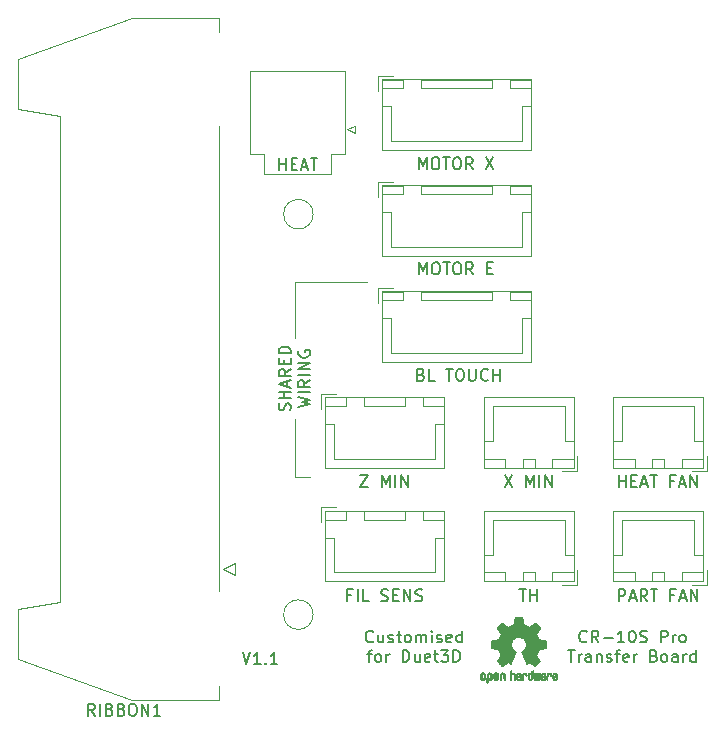
<source format=gto>
G04 #@! TF.GenerationSoftware,KiCad,Pcbnew,(5.1.9)-1*
G04 #@! TF.CreationDate,2021-05-01T21:07:19-04:00*
G04 #@! TF.ProjectId,Transfer_Board,5472616e-7366-4657-925f-426f6172642e,rev?*
G04 #@! TF.SameCoordinates,Original*
G04 #@! TF.FileFunction,Legend,Top*
G04 #@! TF.FilePolarity,Positive*
%FSLAX46Y46*%
G04 Gerber Fmt 4.6, Leading zero omitted, Abs format (unit mm)*
G04 Created by KiCad (PCBNEW (5.1.9)-1) date 2021-05-01 21:07:19*
%MOMM*%
%LPD*%
G01*
G04 APERTURE LIST*
%ADD10C,0.150000*%
%ADD11C,0.120000*%
%ADD12C,0.010000*%
G04 APERTURE END LIST*
D10*
X110871190Y-96099380D02*
X111204523Y-97099380D01*
X111537857Y-96099380D01*
X112395000Y-97099380D02*
X111823571Y-97099380D01*
X112109285Y-97099380D02*
X112109285Y-96099380D01*
X112014047Y-96242238D01*
X111918809Y-96337476D01*
X111823571Y-96385095D01*
X112823571Y-97004142D02*
X112871190Y-97051761D01*
X112823571Y-97099380D01*
X112775952Y-97051761D01*
X112823571Y-97004142D01*
X112823571Y-97099380D01*
X113823571Y-97099380D02*
X113252142Y-97099380D01*
X113537857Y-97099380D02*
X113537857Y-96099380D01*
X113442619Y-96242238D01*
X113347380Y-96337476D01*
X113252142Y-96385095D01*
X114895761Y-75588476D02*
X114943380Y-75445619D01*
X114943380Y-75207523D01*
X114895761Y-75112285D01*
X114848142Y-75064666D01*
X114752904Y-75017047D01*
X114657666Y-75017047D01*
X114562428Y-75064666D01*
X114514809Y-75112285D01*
X114467190Y-75207523D01*
X114419571Y-75398000D01*
X114371952Y-75493238D01*
X114324333Y-75540857D01*
X114229095Y-75588476D01*
X114133857Y-75588476D01*
X114038619Y-75540857D01*
X113991000Y-75493238D01*
X113943380Y-75398000D01*
X113943380Y-75159904D01*
X113991000Y-75017047D01*
X114943380Y-74588476D02*
X113943380Y-74588476D01*
X114419571Y-74588476D02*
X114419571Y-74017047D01*
X114943380Y-74017047D02*
X113943380Y-74017047D01*
X114657666Y-73588476D02*
X114657666Y-73112285D01*
X114943380Y-73683714D02*
X113943380Y-73350380D01*
X114943380Y-73017047D01*
X114943380Y-72112285D02*
X114467190Y-72445619D01*
X114943380Y-72683714D02*
X113943380Y-72683714D01*
X113943380Y-72302761D01*
X113991000Y-72207523D01*
X114038619Y-72159904D01*
X114133857Y-72112285D01*
X114276714Y-72112285D01*
X114371952Y-72159904D01*
X114419571Y-72207523D01*
X114467190Y-72302761D01*
X114467190Y-72683714D01*
X114419571Y-71683714D02*
X114419571Y-71350380D01*
X114943380Y-71207523D02*
X114943380Y-71683714D01*
X113943380Y-71683714D01*
X113943380Y-71207523D01*
X114943380Y-70778952D02*
X113943380Y-70778952D01*
X113943380Y-70540857D01*
X113991000Y-70398000D01*
X114086238Y-70302761D01*
X114181476Y-70255142D01*
X114371952Y-70207523D01*
X114514809Y-70207523D01*
X114705285Y-70255142D01*
X114800523Y-70302761D01*
X114895761Y-70398000D01*
X114943380Y-70540857D01*
X114943380Y-70778952D01*
X115593380Y-75326571D02*
X116593380Y-75088476D01*
X115879095Y-74898000D01*
X116593380Y-74707523D01*
X115593380Y-74469428D01*
X116593380Y-74088476D02*
X115593380Y-74088476D01*
X116593380Y-73040857D02*
X116117190Y-73374190D01*
X116593380Y-73612285D02*
X115593380Y-73612285D01*
X115593380Y-73231333D01*
X115641000Y-73136095D01*
X115688619Y-73088476D01*
X115783857Y-73040857D01*
X115926714Y-73040857D01*
X116021952Y-73088476D01*
X116069571Y-73136095D01*
X116117190Y-73231333D01*
X116117190Y-73612285D01*
X116593380Y-72612285D02*
X115593380Y-72612285D01*
X116593380Y-72136095D02*
X115593380Y-72136095D01*
X116593380Y-71564666D01*
X115593380Y-71564666D01*
X115641000Y-70564666D02*
X115593380Y-70659904D01*
X115593380Y-70802761D01*
X115641000Y-70945619D01*
X115736238Y-71040857D01*
X115831476Y-71088476D01*
X116021952Y-71136095D01*
X116164809Y-71136095D01*
X116355285Y-71088476D01*
X116450523Y-71040857D01*
X116545761Y-70945619D01*
X116593380Y-70802761D01*
X116593380Y-70707523D01*
X116545761Y-70564666D01*
X116498142Y-70517047D01*
X116164809Y-70517047D01*
X116164809Y-70707523D01*
D11*
X115316000Y-81280000D02*
X116586000Y-81280000D01*
X115316000Y-77470000D02*
X115316000Y-81280000D01*
X115316000Y-64770000D02*
X121412000Y-64770000D01*
X115316000Y-68580000D02*
X115316000Y-64770000D01*
X115316000Y-76327000D02*
X115316000Y-77470000D01*
X115316000Y-69469000D02*
X115316000Y-68580000D01*
D10*
X121936309Y-95163142D02*
X121888690Y-95210761D01*
X121745833Y-95258380D01*
X121650595Y-95258380D01*
X121507738Y-95210761D01*
X121412500Y-95115523D01*
X121364880Y-95020285D01*
X121317261Y-94829809D01*
X121317261Y-94686952D01*
X121364880Y-94496476D01*
X121412500Y-94401238D01*
X121507738Y-94306000D01*
X121650595Y-94258380D01*
X121745833Y-94258380D01*
X121888690Y-94306000D01*
X121936309Y-94353619D01*
X122793452Y-94591714D02*
X122793452Y-95258380D01*
X122364880Y-94591714D02*
X122364880Y-95115523D01*
X122412500Y-95210761D01*
X122507738Y-95258380D01*
X122650595Y-95258380D01*
X122745833Y-95210761D01*
X122793452Y-95163142D01*
X123222023Y-95210761D02*
X123317261Y-95258380D01*
X123507738Y-95258380D01*
X123602976Y-95210761D01*
X123650595Y-95115523D01*
X123650595Y-95067904D01*
X123602976Y-94972666D01*
X123507738Y-94925047D01*
X123364880Y-94925047D01*
X123269642Y-94877428D01*
X123222023Y-94782190D01*
X123222023Y-94734571D01*
X123269642Y-94639333D01*
X123364880Y-94591714D01*
X123507738Y-94591714D01*
X123602976Y-94639333D01*
X123936309Y-94591714D02*
X124317261Y-94591714D01*
X124079166Y-94258380D02*
X124079166Y-95115523D01*
X124126785Y-95210761D01*
X124222023Y-95258380D01*
X124317261Y-95258380D01*
X124793452Y-95258380D02*
X124698214Y-95210761D01*
X124650595Y-95163142D01*
X124602976Y-95067904D01*
X124602976Y-94782190D01*
X124650595Y-94686952D01*
X124698214Y-94639333D01*
X124793452Y-94591714D01*
X124936309Y-94591714D01*
X125031547Y-94639333D01*
X125079166Y-94686952D01*
X125126785Y-94782190D01*
X125126785Y-95067904D01*
X125079166Y-95163142D01*
X125031547Y-95210761D01*
X124936309Y-95258380D01*
X124793452Y-95258380D01*
X125555357Y-95258380D02*
X125555357Y-94591714D01*
X125555357Y-94686952D02*
X125602976Y-94639333D01*
X125698214Y-94591714D01*
X125841071Y-94591714D01*
X125936309Y-94639333D01*
X125983928Y-94734571D01*
X125983928Y-95258380D01*
X125983928Y-94734571D02*
X126031547Y-94639333D01*
X126126785Y-94591714D01*
X126269642Y-94591714D01*
X126364880Y-94639333D01*
X126412500Y-94734571D01*
X126412500Y-95258380D01*
X126888690Y-95258380D02*
X126888690Y-94591714D01*
X126888690Y-94258380D02*
X126841071Y-94306000D01*
X126888690Y-94353619D01*
X126936309Y-94306000D01*
X126888690Y-94258380D01*
X126888690Y-94353619D01*
X127317261Y-95210761D02*
X127412500Y-95258380D01*
X127602976Y-95258380D01*
X127698214Y-95210761D01*
X127745833Y-95115523D01*
X127745833Y-95067904D01*
X127698214Y-94972666D01*
X127602976Y-94925047D01*
X127460119Y-94925047D01*
X127364880Y-94877428D01*
X127317261Y-94782190D01*
X127317261Y-94734571D01*
X127364880Y-94639333D01*
X127460119Y-94591714D01*
X127602976Y-94591714D01*
X127698214Y-94639333D01*
X128555357Y-95210761D02*
X128460119Y-95258380D01*
X128269642Y-95258380D01*
X128174404Y-95210761D01*
X128126785Y-95115523D01*
X128126785Y-94734571D01*
X128174404Y-94639333D01*
X128269642Y-94591714D01*
X128460119Y-94591714D01*
X128555357Y-94639333D01*
X128602976Y-94734571D01*
X128602976Y-94829809D01*
X128126785Y-94925047D01*
X129460119Y-95258380D02*
X129460119Y-94258380D01*
X129460119Y-95210761D02*
X129364880Y-95258380D01*
X129174404Y-95258380D01*
X129079166Y-95210761D01*
X129031547Y-95163142D01*
X128983928Y-95067904D01*
X128983928Y-94782190D01*
X129031547Y-94686952D01*
X129079166Y-94639333D01*
X129174404Y-94591714D01*
X129364880Y-94591714D01*
X129460119Y-94639333D01*
X121436309Y-96241714D02*
X121817261Y-96241714D01*
X121579166Y-96908380D02*
X121579166Y-96051238D01*
X121626785Y-95956000D01*
X121722023Y-95908380D01*
X121817261Y-95908380D01*
X122293452Y-96908380D02*
X122198214Y-96860761D01*
X122150595Y-96813142D01*
X122102976Y-96717904D01*
X122102976Y-96432190D01*
X122150595Y-96336952D01*
X122198214Y-96289333D01*
X122293452Y-96241714D01*
X122436309Y-96241714D01*
X122531547Y-96289333D01*
X122579166Y-96336952D01*
X122626785Y-96432190D01*
X122626785Y-96717904D01*
X122579166Y-96813142D01*
X122531547Y-96860761D01*
X122436309Y-96908380D01*
X122293452Y-96908380D01*
X123055357Y-96908380D02*
X123055357Y-96241714D01*
X123055357Y-96432190D02*
X123102976Y-96336952D01*
X123150595Y-96289333D01*
X123245833Y-96241714D01*
X123341071Y-96241714D01*
X124436309Y-96908380D02*
X124436309Y-95908380D01*
X124674404Y-95908380D01*
X124817261Y-95956000D01*
X124912500Y-96051238D01*
X124960119Y-96146476D01*
X125007738Y-96336952D01*
X125007738Y-96479809D01*
X124960119Y-96670285D01*
X124912500Y-96765523D01*
X124817261Y-96860761D01*
X124674404Y-96908380D01*
X124436309Y-96908380D01*
X125864880Y-96241714D02*
X125864880Y-96908380D01*
X125436309Y-96241714D02*
X125436309Y-96765523D01*
X125483928Y-96860761D01*
X125579166Y-96908380D01*
X125722023Y-96908380D01*
X125817261Y-96860761D01*
X125864880Y-96813142D01*
X126722023Y-96860761D02*
X126626785Y-96908380D01*
X126436309Y-96908380D01*
X126341071Y-96860761D01*
X126293452Y-96765523D01*
X126293452Y-96384571D01*
X126341071Y-96289333D01*
X126436309Y-96241714D01*
X126626785Y-96241714D01*
X126722023Y-96289333D01*
X126769642Y-96384571D01*
X126769642Y-96479809D01*
X126293452Y-96575047D01*
X127055357Y-96241714D02*
X127436309Y-96241714D01*
X127198214Y-95908380D02*
X127198214Y-96765523D01*
X127245833Y-96860761D01*
X127341071Y-96908380D01*
X127436309Y-96908380D01*
X127674404Y-95908380D02*
X128293452Y-95908380D01*
X127960119Y-96289333D01*
X128102976Y-96289333D01*
X128198214Y-96336952D01*
X128245833Y-96384571D01*
X128293452Y-96479809D01*
X128293452Y-96717904D01*
X128245833Y-96813142D01*
X128198214Y-96860761D01*
X128102976Y-96908380D01*
X127817261Y-96908380D01*
X127722023Y-96860761D01*
X127674404Y-96813142D01*
X128722023Y-96908380D02*
X128722023Y-95908380D01*
X128960119Y-95908380D01*
X129102976Y-95956000D01*
X129198214Y-96051238D01*
X129245833Y-96146476D01*
X129293452Y-96336952D01*
X129293452Y-96479809D01*
X129245833Y-96670285D01*
X129198214Y-96765523D01*
X129102976Y-96860761D01*
X128960119Y-96908380D01*
X128722023Y-96908380D01*
X140010047Y-95163142D02*
X139962428Y-95210761D01*
X139819571Y-95258380D01*
X139724333Y-95258380D01*
X139581476Y-95210761D01*
X139486238Y-95115523D01*
X139438619Y-95020285D01*
X139391000Y-94829809D01*
X139391000Y-94686952D01*
X139438619Y-94496476D01*
X139486238Y-94401238D01*
X139581476Y-94306000D01*
X139724333Y-94258380D01*
X139819571Y-94258380D01*
X139962428Y-94306000D01*
X140010047Y-94353619D01*
X141010047Y-95258380D02*
X140676714Y-94782190D01*
X140438619Y-95258380D02*
X140438619Y-94258380D01*
X140819571Y-94258380D01*
X140914809Y-94306000D01*
X140962428Y-94353619D01*
X141010047Y-94448857D01*
X141010047Y-94591714D01*
X140962428Y-94686952D01*
X140914809Y-94734571D01*
X140819571Y-94782190D01*
X140438619Y-94782190D01*
X141438619Y-94877428D02*
X142200523Y-94877428D01*
X143200523Y-95258380D02*
X142629095Y-95258380D01*
X142914809Y-95258380D02*
X142914809Y-94258380D01*
X142819571Y-94401238D01*
X142724333Y-94496476D01*
X142629095Y-94544095D01*
X143819571Y-94258380D02*
X143914809Y-94258380D01*
X144010047Y-94306000D01*
X144057666Y-94353619D01*
X144105285Y-94448857D01*
X144152904Y-94639333D01*
X144152904Y-94877428D01*
X144105285Y-95067904D01*
X144057666Y-95163142D01*
X144010047Y-95210761D01*
X143914809Y-95258380D01*
X143819571Y-95258380D01*
X143724333Y-95210761D01*
X143676714Y-95163142D01*
X143629095Y-95067904D01*
X143581476Y-94877428D01*
X143581476Y-94639333D01*
X143629095Y-94448857D01*
X143676714Y-94353619D01*
X143724333Y-94306000D01*
X143819571Y-94258380D01*
X144533857Y-95210761D02*
X144676714Y-95258380D01*
X144914809Y-95258380D01*
X145010047Y-95210761D01*
X145057666Y-95163142D01*
X145105285Y-95067904D01*
X145105285Y-94972666D01*
X145057666Y-94877428D01*
X145010047Y-94829809D01*
X144914809Y-94782190D01*
X144724333Y-94734571D01*
X144629095Y-94686952D01*
X144581476Y-94639333D01*
X144533857Y-94544095D01*
X144533857Y-94448857D01*
X144581476Y-94353619D01*
X144629095Y-94306000D01*
X144724333Y-94258380D01*
X144962428Y-94258380D01*
X145105285Y-94306000D01*
X146295761Y-95258380D02*
X146295761Y-94258380D01*
X146676714Y-94258380D01*
X146771952Y-94306000D01*
X146819571Y-94353619D01*
X146867190Y-94448857D01*
X146867190Y-94591714D01*
X146819571Y-94686952D01*
X146771952Y-94734571D01*
X146676714Y-94782190D01*
X146295761Y-94782190D01*
X147295761Y-95258380D02*
X147295761Y-94591714D01*
X147295761Y-94782190D02*
X147343380Y-94686952D01*
X147391000Y-94639333D01*
X147486238Y-94591714D01*
X147581476Y-94591714D01*
X148057666Y-95258380D02*
X147962428Y-95210761D01*
X147914809Y-95163142D01*
X147867190Y-95067904D01*
X147867190Y-94782190D01*
X147914809Y-94686952D01*
X147962428Y-94639333D01*
X148057666Y-94591714D01*
X148200523Y-94591714D01*
X148295761Y-94639333D01*
X148343380Y-94686952D01*
X148391000Y-94782190D01*
X148391000Y-95067904D01*
X148343380Y-95163142D01*
X148295761Y-95210761D01*
X148200523Y-95258380D01*
X148057666Y-95258380D01*
X138414809Y-95908380D02*
X138986238Y-95908380D01*
X138700523Y-96908380D02*
X138700523Y-95908380D01*
X139319571Y-96908380D02*
X139319571Y-96241714D01*
X139319571Y-96432190D02*
X139367190Y-96336952D01*
X139414809Y-96289333D01*
X139510047Y-96241714D01*
X139605285Y-96241714D01*
X140367190Y-96908380D02*
X140367190Y-96384571D01*
X140319571Y-96289333D01*
X140224333Y-96241714D01*
X140033857Y-96241714D01*
X139938619Y-96289333D01*
X140367190Y-96860761D02*
X140271952Y-96908380D01*
X140033857Y-96908380D01*
X139938619Y-96860761D01*
X139891000Y-96765523D01*
X139891000Y-96670285D01*
X139938619Y-96575047D01*
X140033857Y-96527428D01*
X140271952Y-96527428D01*
X140367190Y-96479809D01*
X140843380Y-96241714D02*
X140843380Y-96908380D01*
X140843380Y-96336952D02*
X140891000Y-96289333D01*
X140986238Y-96241714D01*
X141129095Y-96241714D01*
X141224333Y-96289333D01*
X141271952Y-96384571D01*
X141271952Y-96908380D01*
X141700523Y-96860761D02*
X141795761Y-96908380D01*
X141986238Y-96908380D01*
X142081476Y-96860761D01*
X142129095Y-96765523D01*
X142129095Y-96717904D01*
X142081476Y-96622666D01*
X141986238Y-96575047D01*
X141843380Y-96575047D01*
X141748142Y-96527428D01*
X141700523Y-96432190D01*
X141700523Y-96384571D01*
X141748142Y-96289333D01*
X141843380Y-96241714D01*
X141986238Y-96241714D01*
X142081476Y-96289333D01*
X142414809Y-96241714D02*
X142795761Y-96241714D01*
X142557666Y-96908380D02*
X142557666Y-96051238D01*
X142605285Y-95956000D01*
X142700523Y-95908380D01*
X142795761Y-95908380D01*
X143510047Y-96860761D02*
X143414809Y-96908380D01*
X143224333Y-96908380D01*
X143129095Y-96860761D01*
X143081476Y-96765523D01*
X143081476Y-96384571D01*
X143129095Y-96289333D01*
X143224333Y-96241714D01*
X143414809Y-96241714D01*
X143510047Y-96289333D01*
X143557666Y-96384571D01*
X143557666Y-96479809D01*
X143081476Y-96575047D01*
X143986238Y-96908380D02*
X143986238Y-96241714D01*
X143986238Y-96432190D02*
X144033857Y-96336952D01*
X144081476Y-96289333D01*
X144176714Y-96241714D01*
X144271952Y-96241714D01*
X145700523Y-96384571D02*
X145843380Y-96432190D01*
X145891000Y-96479809D01*
X145938619Y-96575047D01*
X145938619Y-96717904D01*
X145891000Y-96813142D01*
X145843380Y-96860761D01*
X145748142Y-96908380D01*
X145367190Y-96908380D01*
X145367190Y-95908380D01*
X145700523Y-95908380D01*
X145795761Y-95956000D01*
X145843380Y-96003619D01*
X145891000Y-96098857D01*
X145891000Y-96194095D01*
X145843380Y-96289333D01*
X145795761Y-96336952D01*
X145700523Y-96384571D01*
X145367190Y-96384571D01*
X146510047Y-96908380D02*
X146414809Y-96860761D01*
X146367190Y-96813142D01*
X146319571Y-96717904D01*
X146319571Y-96432190D01*
X146367190Y-96336952D01*
X146414809Y-96289333D01*
X146510047Y-96241714D01*
X146652904Y-96241714D01*
X146748142Y-96289333D01*
X146795761Y-96336952D01*
X146843380Y-96432190D01*
X146843380Y-96717904D01*
X146795761Y-96813142D01*
X146748142Y-96860761D01*
X146652904Y-96908380D01*
X146510047Y-96908380D01*
X147700523Y-96908380D02*
X147700523Y-96384571D01*
X147652904Y-96289333D01*
X147557666Y-96241714D01*
X147367190Y-96241714D01*
X147271952Y-96289333D01*
X147700523Y-96860761D02*
X147605285Y-96908380D01*
X147367190Y-96908380D01*
X147271952Y-96860761D01*
X147224333Y-96765523D01*
X147224333Y-96670285D01*
X147271952Y-96575047D01*
X147367190Y-96527428D01*
X147605285Y-96527428D01*
X147700523Y-96479809D01*
X148176714Y-96908380D02*
X148176714Y-96241714D01*
X148176714Y-96432190D02*
X148224333Y-96336952D01*
X148271952Y-96289333D01*
X148367190Y-96241714D01*
X148462428Y-96241714D01*
X149224333Y-96908380D02*
X149224333Y-95908380D01*
X149224333Y-96860761D02*
X149129095Y-96908380D01*
X148938619Y-96908380D01*
X148843380Y-96860761D01*
X148795761Y-96813142D01*
X148748142Y-96717904D01*
X148748142Y-96432190D01*
X148795761Y-96336952D01*
X148843380Y-96289333D01*
X148938619Y-96241714D01*
X149129095Y-96241714D01*
X149224333Y-96289333D01*
D11*
X110240000Y-88530000D02*
X109240000Y-89030000D01*
X110240000Y-89530000D02*
X110240000Y-88530000D01*
X109240000Y-89030000D02*
X110240000Y-89530000D01*
X108850000Y-43565000D02*
X108850000Y-42390000D01*
X108850000Y-90935000D02*
X108850000Y-51565000D01*
X108850000Y-100110000D02*
X108850000Y-98935000D01*
X101520000Y-42390000D02*
X108850000Y-42390000D01*
X91860000Y-45860000D02*
X101520000Y-42390000D01*
X91860000Y-50050000D02*
X91860000Y-45860000D01*
X95420000Y-50680000D02*
X91860000Y-50050000D01*
X95420000Y-91820000D02*
X95420000Y-50680000D01*
X91860000Y-92450000D02*
X95420000Y-91820000D01*
X91860000Y-96640000D02*
X91860000Y-92450000D01*
X101520000Y-100110000D02*
X91860000Y-96640000D01*
X108850000Y-100110000D02*
X101520000Y-100110000D01*
D12*
G36*
X134342910Y-93127348D02*
G01*
X134421454Y-93127778D01*
X134478298Y-93128942D01*
X134517105Y-93131207D01*
X134541538Y-93134940D01*
X134555262Y-93140506D01*
X134561940Y-93148273D01*
X134565236Y-93158605D01*
X134565556Y-93159943D01*
X134570562Y-93184079D01*
X134579829Y-93231701D01*
X134592392Y-93297741D01*
X134607287Y-93377128D01*
X134623551Y-93464796D01*
X134624119Y-93467875D01*
X134640410Y-93553789D01*
X134655652Y-93629696D01*
X134668861Y-93691045D01*
X134679054Y-93733282D01*
X134685248Y-93751855D01*
X134685543Y-93752184D01*
X134703788Y-93761253D01*
X134741405Y-93776367D01*
X134790271Y-93794262D01*
X134790543Y-93794358D01*
X134852093Y-93817493D01*
X134924657Y-93846965D01*
X134993057Y-93876597D01*
X134996294Y-93878062D01*
X135107702Y-93928626D01*
X135354399Y-93760160D01*
X135430077Y-93708803D01*
X135498631Y-93662889D01*
X135556088Y-93625030D01*
X135598476Y-93597837D01*
X135621825Y-93583921D01*
X135624042Y-93582889D01*
X135641010Y-93587484D01*
X135672701Y-93609655D01*
X135720352Y-93650447D01*
X135785198Y-93710905D01*
X135851397Y-93775227D01*
X135915214Y-93838612D01*
X135972329Y-93896451D01*
X136019305Y-93945175D01*
X136052703Y-93981210D01*
X136069085Y-94000984D01*
X136069694Y-94002002D01*
X136071505Y-94015572D01*
X136064683Y-94037733D01*
X136047540Y-94071478D01*
X136018393Y-94119800D01*
X135975555Y-94185692D01*
X135918448Y-94270517D01*
X135867766Y-94345177D01*
X135822461Y-94412140D01*
X135785150Y-94467516D01*
X135758452Y-94507420D01*
X135744985Y-94527962D01*
X135744137Y-94529356D01*
X135745781Y-94549038D01*
X135758245Y-94587293D01*
X135779048Y-94636889D01*
X135786462Y-94652728D01*
X135818814Y-94723290D01*
X135853328Y-94803353D01*
X135881365Y-94872629D01*
X135901568Y-94924045D01*
X135917615Y-94963119D01*
X135926888Y-94983541D01*
X135928041Y-94985114D01*
X135945096Y-94987721D01*
X135985298Y-94994863D01*
X136043302Y-95005523D01*
X136113763Y-95018685D01*
X136191335Y-95033333D01*
X136270672Y-95048449D01*
X136346431Y-95063018D01*
X136413264Y-95076022D01*
X136465828Y-95086445D01*
X136498776Y-95093270D01*
X136506857Y-95095199D01*
X136515205Y-95099962D01*
X136521506Y-95110718D01*
X136526045Y-95131098D01*
X136529104Y-95164734D01*
X136530967Y-95215255D01*
X136531918Y-95286292D01*
X136532240Y-95381476D01*
X136532257Y-95420492D01*
X136532257Y-95737799D01*
X136456057Y-95752839D01*
X136413663Y-95760995D01*
X136350400Y-95772899D01*
X136273962Y-95787116D01*
X136192043Y-95802210D01*
X136169400Y-95806355D01*
X136093806Y-95821053D01*
X136027953Y-95835505D01*
X135977366Y-95848375D01*
X135947574Y-95858322D01*
X135942612Y-95861287D01*
X135930426Y-95882283D01*
X135912953Y-95922967D01*
X135893577Y-95975322D01*
X135889734Y-95986600D01*
X135864339Y-96056523D01*
X135832817Y-96135418D01*
X135801969Y-96206266D01*
X135801817Y-96206595D01*
X135750447Y-96317733D01*
X135919399Y-96566253D01*
X136088352Y-96814772D01*
X135871429Y-97032058D01*
X135805819Y-97096726D01*
X135745979Y-97153733D01*
X135695267Y-97200033D01*
X135657046Y-97232584D01*
X135634675Y-97248343D01*
X135631466Y-97249343D01*
X135612626Y-97241469D01*
X135574180Y-97219578D01*
X135520330Y-97186267D01*
X135455276Y-97144131D01*
X135384940Y-97096943D01*
X135313555Y-97048810D01*
X135249908Y-97006928D01*
X135198041Y-96973871D01*
X135161995Y-96952218D01*
X135145867Y-96944543D01*
X135126189Y-96951037D01*
X135088875Y-96968150D01*
X135041621Y-96992326D01*
X135036612Y-96995013D01*
X134972977Y-97026927D01*
X134929341Y-97042579D01*
X134902202Y-97042745D01*
X134888057Y-97028204D01*
X134887975Y-97028000D01*
X134880905Y-97010779D01*
X134864042Y-96969899D01*
X134838695Y-96908525D01*
X134806171Y-96829819D01*
X134767778Y-96736947D01*
X134724822Y-96633072D01*
X134683222Y-96532502D01*
X134637504Y-96421516D01*
X134595526Y-96318703D01*
X134558548Y-96227215D01*
X134527827Y-96150201D01*
X134504622Y-96090815D01*
X134490190Y-96052209D01*
X134485743Y-96037800D01*
X134496896Y-96021272D01*
X134526069Y-95994930D01*
X134564971Y-95965887D01*
X134675757Y-95874039D01*
X134762351Y-95768759D01*
X134823716Y-95652266D01*
X134858815Y-95526776D01*
X134866608Y-95394507D01*
X134860943Y-95333457D01*
X134830078Y-95206795D01*
X134776920Y-95094941D01*
X134704767Y-94999001D01*
X134616917Y-94920076D01*
X134516665Y-94859270D01*
X134407310Y-94817687D01*
X134292147Y-94796428D01*
X134174475Y-94796599D01*
X134057590Y-94819301D01*
X133944789Y-94865638D01*
X133839369Y-94936713D01*
X133795368Y-94976911D01*
X133710979Y-95080129D01*
X133652222Y-95192925D01*
X133618704Y-95312010D01*
X133610035Y-95434095D01*
X133625823Y-95555893D01*
X133665678Y-95674116D01*
X133729207Y-95785475D01*
X133816021Y-95886684D01*
X133913029Y-95965887D01*
X133953437Y-95996162D01*
X133981982Y-96022219D01*
X133992257Y-96037825D01*
X133986877Y-96054843D01*
X133971575Y-96095500D01*
X133947612Y-96156642D01*
X133916244Y-96235119D01*
X133878732Y-96327780D01*
X133836333Y-96431472D01*
X133794663Y-96532526D01*
X133748690Y-96643607D01*
X133706107Y-96746541D01*
X133668221Y-96838165D01*
X133636340Y-96915316D01*
X133611771Y-96974831D01*
X133595820Y-97013544D01*
X133589910Y-97028000D01*
X133575948Y-97042685D01*
X133548940Y-97042642D01*
X133505413Y-97027099D01*
X133441890Y-96995284D01*
X133441388Y-96995013D01*
X133393560Y-96970323D01*
X133354897Y-96952338D01*
X133333095Y-96944614D01*
X133332133Y-96944543D01*
X133315721Y-96952378D01*
X133279487Y-96974165D01*
X133227474Y-97007328D01*
X133163725Y-97049291D01*
X133093060Y-97096943D01*
X133021116Y-97145191D01*
X132956274Y-97187151D01*
X132902735Y-97220227D01*
X132864697Y-97241821D01*
X132846533Y-97249343D01*
X132829808Y-97239457D01*
X132796180Y-97211826D01*
X132749010Y-97169495D01*
X132691658Y-97115505D01*
X132627484Y-97052899D01*
X132606497Y-97031983D01*
X132389499Y-96814623D01*
X132554668Y-96572220D01*
X132604864Y-96497781D01*
X132648919Y-96430972D01*
X132684362Y-96375665D01*
X132708719Y-96335729D01*
X132719522Y-96315036D01*
X132719838Y-96313563D01*
X132714143Y-96294058D01*
X132698826Y-96254822D01*
X132676537Y-96202430D01*
X132660893Y-96167355D01*
X132631641Y-96100201D01*
X132604094Y-96032358D01*
X132582737Y-95975034D01*
X132576935Y-95957572D01*
X132560452Y-95910938D01*
X132544340Y-95874905D01*
X132535490Y-95861287D01*
X132515960Y-95852952D01*
X132473334Y-95841137D01*
X132413145Y-95827181D01*
X132340922Y-95812422D01*
X132308600Y-95806355D01*
X132226522Y-95791273D01*
X132147795Y-95776669D01*
X132080109Y-95763980D01*
X132031160Y-95754642D01*
X132021943Y-95752839D01*
X131945743Y-95737799D01*
X131945743Y-95420492D01*
X131945914Y-95316154D01*
X131946616Y-95237213D01*
X131948134Y-95180038D01*
X131950749Y-95140999D01*
X131954746Y-95116465D01*
X131960409Y-95102805D01*
X131968020Y-95096389D01*
X131971143Y-95095199D01*
X131989978Y-95090980D01*
X132031588Y-95082562D01*
X132090630Y-95070961D01*
X132161757Y-95057195D01*
X132239625Y-95042280D01*
X132318887Y-95027232D01*
X132394198Y-95013069D01*
X132460213Y-95000806D01*
X132511587Y-94991461D01*
X132542975Y-94986050D01*
X132549959Y-94985114D01*
X132556285Y-94972596D01*
X132570290Y-94939246D01*
X132589355Y-94891377D01*
X132596634Y-94872629D01*
X132625996Y-94800195D01*
X132660571Y-94720170D01*
X132691537Y-94652728D01*
X132714323Y-94601159D01*
X132729482Y-94558785D01*
X132734542Y-94532834D01*
X132733736Y-94529356D01*
X132723041Y-94512936D01*
X132698620Y-94476417D01*
X132663095Y-94423687D01*
X132619087Y-94358635D01*
X132569217Y-94285151D01*
X132559356Y-94270645D01*
X132501492Y-94184704D01*
X132458956Y-94119261D01*
X132430054Y-94071304D01*
X132413090Y-94037820D01*
X132406367Y-94015795D01*
X132408190Y-94002217D01*
X132408236Y-94002131D01*
X132422586Y-93984297D01*
X132454323Y-93949817D01*
X132500010Y-93902268D01*
X132556204Y-93845222D01*
X132619468Y-93782255D01*
X132626602Y-93775227D01*
X132706330Y-93698020D01*
X132767857Y-93641330D01*
X132812421Y-93604110D01*
X132841257Y-93585315D01*
X132853958Y-93582889D01*
X132872494Y-93593471D01*
X132910961Y-93617916D01*
X132965386Y-93653612D01*
X133031798Y-93697947D01*
X133106225Y-93748311D01*
X133123601Y-93760160D01*
X133370297Y-93928626D01*
X133481706Y-93878062D01*
X133549457Y-93848595D01*
X133622183Y-93818959D01*
X133684703Y-93795330D01*
X133687457Y-93794358D01*
X133736360Y-93776457D01*
X133774057Y-93761320D01*
X133792425Y-93752210D01*
X133792456Y-93752184D01*
X133798285Y-93735717D01*
X133808192Y-93695219D01*
X133821195Y-93635242D01*
X133836309Y-93560340D01*
X133852552Y-93475064D01*
X133853881Y-93467875D01*
X133870175Y-93380014D01*
X133885133Y-93300260D01*
X133897791Y-93233681D01*
X133907186Y-93185347D01*
X133912354Y-93160325D01*
X133912444Y-93159943D01*
X133915589Y-93149299D01*
X133921704Y-93141262D01*
X133934453Y-93135467D01*
X133957500Y-93131547D01*
X133994509Y-93129135D01*
X134049144Y-93127865D01*
X134125067Y-93127371D01*
X134225944Y-93127286D01*
X134239000Y-93127286D01*
X134342910Y-93127348D01*
G37*
X134342910Y-93127348D02*
X134421454Y-93127778D01*
X134478298Y-93128942D01*
X134517105Y-93131207D01*
X134541538Y-93134940D01*
X134555262Y-93140506D01*
X134561940Y-93148273D01*
X134565236Y-93158605D01*
X134565556Y-93159943D01*
X134570562Y-93184079D01*
X134579829Y-93231701D01*
X134592392Y-93297741D01*
X134607287Y-93377128D01*
X134623551Y-93464796D01*
X134624119Y-93467875D01*
X134640410Y-93553789D01*
X134655652Y-93629696D01*
X134668861Y-93691045D01*
X134679054Y-93733282D01*
X134685248Y-93751855D01*
X134685543Y-93752184D01*
X134703788Y-93761253D01*
X134741405Y-93776367D01*
X134790271Y-93794262D01*
X134790543Y-93794358D01*
X134852093Y-93817493D01*
X134924657Y-93846965D01*
X134993057Y-93876597D01*
X134996294Y-93878062D01*
X135107702Y-93928626D01*
X135354399Y-93760160D01*
X135430077Y-93708803D01*
X135498631Y-93662889D01*
X135556088Y-93625030D01*
X135598476Y-93597837D01*
X135621825Y-93583921D01*
X135624042Y-93582889D01*
X135641010Y-93587484D01*
X135672701Y-93609655D01*
X135720352Y-93650447D01*
X135785198Y-93710905D01*
X135851397Y-93775227D01*
X135915214Y-93838612D01*
X135972329Y-93896451D01*
X136019305Y-93945175D01*
X136052703Y-93981210D01*
X136069085Y-94000984D01*
X136069694Y-94002002D01*
X136071505Y-94015572D01*
X136064683Y-94037733D01*
X136047540Y-94071478D01*
X136018393Y-94119800D01*
X135975555Y-94185692D01*
X135918448Y-94270517D01*
X135867766Y-94345177D01*
X135822461Y-94412140D01*
X135785150Y-94467516D01*
X135758452Y-94507420D01*
X135744985Y-94527962D01*
X135744137Y-94529356D01*
X135745781Y-94549038D01*
X135758245Y-94587293D01*
X135779048Y-94636889D01*
X135786462Y-94652728D01*
X135818814Y-94723290D01*
X135853328Y-94803353D01*
X135881365Y-94872629D01*
X135901568Y-94924045D01*
X135917615Y-94963119D01*
X135926888Y-94983541D01*
X135928041Y-94985114D01*
X135945096Y-94987721D01*
X135985298Y-94994863D01*
X136043302Y-95005523D01*
X136113763Y-95018685D01*
X136191335Y-95033333D01*
X136270672Y-95048449D01*
X136346431Y-95063018D01*
X136413264Y-95076022D01*
X136465828Y-95086445D01*
X136498776Y-95093270D01*
X136506857Y-95095199D01*
X136515205Y-95099962D01*
X136521506Y-95110718D01*
X136526045Y-95131098D01*
X136529104Y-95164734D01*
X136530967Y-95215255D01*
X136531918Y-95286292D01*
X136532240Y-95381476D01*
X136532257Y-95420492D01*
X136532257Y-95737799D01*
X136456057Y-95752839D01*
X136413663Y-95760995D01*
X136350400Y-95772899D01*
X136273962Y-95787116D01*
X136192043Y-95802210D01*
X136169400Y-95806355D01*
X136093806Y-95821053D01*
X136027953Y-95835505D01*
X135977366Y-95848375D01*
X135947574Y-95858322D01*
X135942612Y-95861287D01*
X135930426Y-95882283D01*
X135912953Y-95922967D01*
X135893577Y-95975322D01*
X135889734Y-95986600D01*
X135864339Y-96056523D01*
X135832817Y-96135418D01*
X135801969Y-96206266D01*
X135801817Y-96206595D01*
X135750447Y-96317733D01*
X135919399Y-96566253D01*
X136088352Y-96814772D01*
X135871429Y-97032058D01*
X135805819Y-97096726D01*
X135745979Y-97153733D01*
X135695267Y-97200033D01*
X135657046Y-97232584D01*
X135634675Y-97248343D01*
X135631466Y-97249343D01*
X135612626Y-97241469D01*
X135574180Y-97219578D01*
X135520330Y-97186267D01*
X135455276Y-97144131D01*
X135384940Y-97096943D01*
X135313555Y-97048810D01*
X135249908Y-97006928D01*
X135198041Y-96973871D01*
X135161995Y-96952218D01*
X135145867Y-96944543D01*
X135126189Y-96951037D01*
X135088875Y-96968150D01*
X135041621Y-96992326D01*
X135036612Y-96995013D01*
X134972977Y-97026927D01*
X134929341Y-97042579D01*
X134902202Y-97042745D01*
X134888057Y-97028204D01*
X134887975Y-97028000D01*
X134880905Y-97010779D01*
X134864042Y-96969899D01*
X134838695Y-96908525D01*
X134806171Y-96829819D01*
X134767778Y-96736947D01*
X134724822Y-96633072D01*
X134683222Y-96532502D01*
X134637504Y-96421516D01*
X134595526Y-96318703D01*
X134558548Y-96227215D01*
X134527827Y-96150201D01*
X134504622Y-96090815D01*
X134490190Y-96052209D01*
X134485743Y-96037800D01*
X134496896Y-96021272D01*
X134526069Y-95994930D01*
X134564971Y-95965887D01*
X134675757Y-95874039D01*
X134762351Y-95768759D01*
X134823716Y-95652266D01*
X134858815Y-95526776D01*
X134866608Y-95394507D01*
X134860943Y-95333457D01*
X134830078Y-95206795D01*
X134776920Y-95094941D01*
X134704767Y-94999001D01*
X134616917Y-94920076D01*
X134516665Y-94859270D01*
X134407310Y-94817687D01*
X134292147Y-94796428D01*
X134174475Y-94796599D01*
X134057590Y-94819301D01*
X133944789Y-94865638D01*
X133839369Y-94936713D01*
X133795368Y-94976911D01*
X133710979Y-95080129D01*
X133652222Y-95192925D01*
X133618704Y-95312010D01*
X133610035Y-95434095D01*
X133625823Y-95555893D01*
X133665678Y-95674116D01*
X133729207Y-95785475D01*
X133816021Y-95886684D01*
X133913029Y-95965887D01*
X133953437Y-95996162D01*
X133981982Y-96022219D01*
X133992257Y-96037825D01*
X133986877Y-96054843D01*
X133971575Y-96095500D01*
X133947612Y-96156642D01*
X133916244Y-96235119D01*
X133878732Y-96327780D01*
X133836333Y-96431472D01*
X133794663Y-96532526D01*
X133748690Y-96643607D01*
X133706107Y-96746541D01*
X133668221Y-96838165D01*
X133636340Y-96915316D01*
X133611771Y-96974831D01*
X133595820Y-97013544D01*
X133589910Y-97028000D01*
X133575948Y-97042685D01*
X133548940Y-97042642D01*
X133505413Y-97027099D01*
X133441890Y-96995284D01*
X133441388Y-96995013D01*
X133393560Y-96970323D01*
X133354897Y-96952338D01*
X133333095Y-96944614D01*
X133332133Y-96944543D01*
X133315721Y-96952378D01*
X133279487Y-96974165D01*
X133227474Y-97007328D01*
X133163725Y-97049291D01*
X133093060Y-97096943D01*
X133021116Y-97145191D01*
X132956274Y-97187151D01*
X132902735Y-97220227D01*
X132864697Y-97241821D01*
X132846533Y-97249343D01*
X132829808Y-97239457D01*
X132796180Y-97211826D01*
X132749010Y-97169495D01*
X132691658Y-97115505D01*
X132627484Y-97052899D01*
X132606497Y-97031983D01*
X132389499Y-96814623D01*
X132554668Y-96572220D01*
X132604864Y-96497781D01*
X132648919Y-96430972D01*
X132684362Y-96375665D01*
X132708719Y-96335729D01*
X132719522Y-96315036D01*
X132719838Y-96313563D01*
X132714143Y-96294058D01*
X132698826Y-96254822D01*
X132676537Y-96202430D01*
X132660893Y-96167355D01*
X132631641Y-96100201D01*
X132604094Y-96032358D01*
X132582737Y-95975034D01*
X132576935Y-95957572D01*
X132560452Y-95910938D01*
X132544340Y-95874905D01*
X132535490Y-95861287D01*
X132515960Y-95852952D01*
X132473334Y-95841137D01*
X132413145Y-95827181D01*
X132340922Y-95812422D01*
X132308600Y-95806355D01*
X132226522Y-95791273D01*
X132147795Y-95776669D01*
X132080109Y-95763980D01*
X132031160Y-95754642D01*
X132021943Y-95752839D01*
X131945743Y-95737799D01*
X131945743Y-95420492D01*
X131945914Y-95316154D01*
X131946616Y-95237213D01*
X131948134Y-95180038D01*
X131950749Y-95140999D01*
X131954746Y-95116465D01*
X131960409Y-95102805D01*
X131968020Y-95096389D01*
X131971143Y-95095199D01*
X131989978Y-95090980D01*
X132031588Y-95082562D01*
X132090630Y-95070961D01*
X132161757Y-95057195D01*
X132239625Y-95042280D01*
X132318887Y-95027232D01*
X132394198Y-95013069D01*
X132460213Y-95000806D01*
X132511587Y-94991461D01*
X132542975Y-94986050D01*
X132549959Y-94985114D01*
X132556285Y-94972596D01*
X132570290Y-94939246D01*
X132589355Y-94891377D01*
X132596634Y-94872629D01*
X132625996Y-94800195D01*
X132660571Y-94720170D01*
X132691537Y-94652728D01*
X132714323Y-94601159D01*
X132729482Y-94558785D01*
X132734542Y-94532834D01*
X132733736Y-94529356D01*
X132723041Y-94512936D01*
X132698620Y-94476417D01*
X132663095Y-94423687D01*
X132619087Y-94358635D01*
X132569217Y-94285151D01*
X132559356Y-94270645D01*
X132501492Y-94184704D01*
X132458956Y-94119261D01*
X132430054Y-94071304D01*
X132413090Y-94037820D01*
X132406367Y-94015795D01*
X132408190Y-94002217D01*
X132408236Y-94002131D01*
X132422586Y-93984297D01*
X132454323Y-93949817D01*
X132500010Y-93902268D01*
X132556204Y-93845222D01*
X132619468Y-93782255D01*
X132626602Y-93775227D01*
X132706330Y-93698020D01*
X132767857Y-93641330D01*
X132812421Y-93604110D01*
X132841257Y-93585315D01*
X132853958Y-93582889D01*
X132872494Y-93593471D01*
X132910961Y-93617916D01*
X132965386Y-93653612D01*
X133031798Y-93697947D01*
X133106225Y-93748311D01*
X133123601Y-93760160D01*
X133370297Y-93928626D01*
X133481706Y-93878062D01*
X133549457Y-93848595D01*
X133622183Y-93818959D01*
X133684703Y-93795330D01*
X133687457Y-93794358D01*
X133736360Y-93776457D01*
X133774057Y-93761320D01*
X133792425Y-93752210D01*
X133792456Y-93752184D01*
X133798285Y-93735717D01*
X133808192Y-93695219D01*
X133821195Y-93635242D01*
X133836309Y-93560340D01*
X133852552Y-93475064D01*
X133853881Y-93467875D01*
X133870175Y-93380014D01*
X133885133Y-93300260D01*
X133897791Y-93233681D01*
X133907186Y-93185347D01*
X133912354Y-93160325D01*
X133912444Y-93159943D01*
X133915589Y-93149299D01*
X133921704Y-93141262D01*
X133934453Y-93135467D01*
X133957500Y-93131547D01*
X133994509Y-93129135D01*
X134049144Y-93127865D01*
X134125067Y-93127371D01*
X134225944Y-93127286D01*
X134239000Y-93127286D01*
X134342910Y-93127348D01*
G36*
X137392595Y-97851966D02*
G01*
X137450021Y-97889497D01*
X137477719Y-97923096D01*
X137499662Y-97984064D01*
X137501405Y-98032308D01*
X137497457Y-98096816D01*
X137348686Y-98161934D01*
X137276349Y-98195202D01*
X137229084Y-98221964D01*
X137204507Y-98245144D01*
X137200237Y-98267667D01*
X137213889Y-98292455D01*
X137228943Y-98308886D01*
X137272746Y-98335235D01*
X137320389Y-98337081D01*
X137364145Y-98316546D01*
X137396289Y-98275752D01*
X137402038Y-98261347D01*
X137429576Y-98216356D01*
X137461258Y-98197182D01*
X137504714Y-98180779D01*
X137504714Y-98242966D01*
X137500872Y-98285283D01*
X137485823Y-98320969D01*
X137454280Y-98361943D01*
X137449592Y-98367267D01*
X137414506Y-98403720D01*
X137384347Y-98423283D01*
X137346615Y-98432283D01*
X137315335Y-98435230D01*
X137259385Y-98435965D01*
X137219555Y-98426660D01*
X137194708Y-98412846D01*
X137155656Y-98382467D01*
X137128625Y-98349613D01*
X137111517Y-98308294D01*
X137102238Y-98252521D01*
X137098693Y-98176305D01*
X137098410Y-98137622D01*
X137099372Y-98091247D01*
X137187007Y-98091247D01*
X137188023Y-98116126D01*
X137190556Y-98120200D01*
X137207274Y-98114665D01*
X137243249Y-98100017D01*
X137291331Y-98079190D01*
X137301386Y-98074714D01*
X137362152Y-98043814D01*
X137395632Y-98016657D01*
X137402990Y-97991220D01*
X137385391Y-97965481D01*
X137370856Y-97954109D01*
X137318410Y-97931364D01*
X137269322Y-97935122D01*
X137228227Y-97962884D01*
X137199758Y-98012152D01*
X137190631Y-98051257D01*
X137187007Y-98091247D01*
X137099372Y-98091247D01*
X137100285Y-98047249D01*
X137107196Y-97980384D01*
X137120884Y-97931695D01*
X137143096Y-97895849D01*
X137175574Y-97867513D01*
X137189733Y-97858355D01*
X137254053Y-97834507D01*
X137324473Y-97833006D01*
X137392595Y-97851966D01*
G37*
X137392595Y-97851966D02*
X137450021Y-97889497D01*
X137477719Y-97923096D01*
X137499662Y-97984064D01*
X137501405Y-98032308D01*
X137497457Y-98096816D01*
X137348686Y-98161934D01*
X137276349Y-98195202D01*
X137229084Y-98221964D01*
X137204507Y-98245144D01*
X137200237Y-98267667D01*
X137213889Y-98292455D01*
X137228943Y-98308886D01*
X137272746Y-98335235D01*
X137320389Y-98337081D01*
X137364145Y-98316546D01*
X137396289Y-98275752D01*
X137402038Y-98261347D01*
X137429576Y-98216356D01*
X137461258Y-98197182D01*
X137504714Y-98180779D01*
X137504714Y-98242966D01*
X137500872Y-98285283D01*
X137485823Y-98320969D01*
X137454280Y-98361943D01*
X137449592Y-98367267D01*
X137414506Y-98403720D01*
X137384347Y-98423283D01*
X137346615Y-98432283D01*
X137315335Y-98435230D01*
X137259385Y-98435965D01*
X137219555Y-98426660D01*
X137194708Y-98412846D01*
X137155656Y-98382467D01*
X137128625Y-98349613D01*
X137111517Y-98308294D01*
X137102238Y-98252521D01*
X137098693Y-98176305D01*
X137098410Y-98137622D01*
X137099372Y-98091247D01*
X137187007Y-98091247D01*
X137188023Y-98116126D01*
X137190556Y-98120200D01*
X137207274Y-98114665D01*
X137243249Y-98100017D01*
X137291331Y-98079190D01*
X137301386Y-98074714D01*
X137362152Y-98043814D01*
X137395632Y-98016657D01*
X137402990Y-97991220D01*
X137385391Y-97965481D01*
X137370856Y-97954109D01*
X137318410Y-97931364D01*
X137269322Y-97935122D01*
X137228227Y-97962884D01*
X137199758Y-98012152D01*
X137190631Y-98051257D01*
X137187007Y-98091247D01*
X137099372Y-98091247D01*
X137100285Y-98047249D01*
X137107196Y-97980384D01*
X137120884Y-97931695D01*
X137143096Y-97895849D01*
X137175574Y-97867513D01*
X137189733Y-97858355D01*
X137254053Y-97834507D01*
X137324473Y-97833006D01*
X137392595Y-97851966D01*
G36*
X136891600Y-97843752D02*
G01*
X136908948Y-97851334D01*
X136950356Y-97884128D01*
X136985765Y-97931547D01*
X137007664Y-97982151D01*
X137011229Y-98007098D01*
X136999279Y-98041927D01*
X136973067Y-98060357D01*
X136944964Y-98071516D01*
X136932095Y-98073572D01*
X136925829Y-98058649D01*
X136913456Y-98026175D01*
X136908028Y-98011502D01*
X136877590Y-97960744D01*
X136833520Y-97935427D01*
X136777010Y-97936206D01*
X136772825Y-97937203D01*
X136742655Y-97951507D01*
X136720476Y-97979393D01*
X136705327Y-98024287D01*
X136696250Y-98089615D01*
X136692286Y-98178804D01*
X136691914Y-98226261D01*
X136691730Y-98301071D01*
X136690522Y-98352069D01*
X136687309Y-98384471D01*
X136681109Y-98403495D01*
X136670940Y-98414356D01*
X136655819Y-98422272D01*
X136654946Y-98422670D01*
X136625828Y-98434981D01*
X136611403Y-98439514D01*
X136609186Y-98425809D01*
X136607289Y-98387925D01*
X136605847Y-98330715D01*
X136604998Y-98259027D01*
X136604829Y-98206565D01*
X136605692Y-98105047D01*
X136609070Y-98028032D01*
X136616142Y-97971023D01*
X136628088Y-97929526D01*
X136646090Y-97899043D01*
X136671327Y-97875080D01*
X136696247Y-97858355D01*
X136756171Y-97836097D01*
X136825911Y-97831076D01*
X136891600Y-97843752D01*
G37*
X136891600Y-97843752D02*
X136908948Y-97851334D01*
X136950356Y-97884128D01*
X136985765Y-97931547D01*
X137007664Y-97982151D01*
X137011229Y-98007098D01*
X136999279Y-98041927D01*
X136973067Y-98060357D01*
X136944964Y-98071516D01*
X136932095Y-98073572D01*
X136925829Y-98058649D01*
X136913456Y-98026175D01*
X136908028Y-98011502D01*
X136877590Y-97960744D01*
X136833520Y-97935427D01*
X136777010Y-97936206D01*
X136772825Y-97937203D01*
X136742655Y-97951507D01*
X136720476Y-97979393D01*
X136705327Y-98024287D01*
X136696250Y-98089615D01*
X136692286Y-98178804D01*
X136691914Y-98226261D01*
X136691730Y-98301071D01*
X136690522Y-98352069D01*
X136687309Y-98384471D01*
X136681109Y-98403495D01*
X136670940Y-98414356D01*
X136655819Y-98422272D01*
X136654946Y-98422670D01*
X136625828Y-98434981D01*
X136611403Y-98439514D01*
X136609186Y-98425809D01*
X136607289Y-98387925D01*
X136605847Y-98330715D01*
X136604998Y-98259027D01*
X136604829Y-98206565D01*
X136605692Y-98105047D01*
X136609070Y-98028032D01*
X136616142Y-97971023D01*
X136628088Y-97929526D01*
X136646090Y-97899043D01*
X136671327Y-97875080D01*
X136696247Y-97858355D01*
X136756171Y-97836097D01*
X136825911Y-97831076D01*
X136891600Y-97843752D01*
G36*
X136383876Y-97841335D02*
G01*
X136425667Y-97860344D01*
X136458469Y-97883378D01*
X136482503Y-97909133D01*
X136499097Y-97942358D01*
X136509577Y-97987800D01*
X136515271Y-98050207D01*
X136517507Y-98134327D01*
X136517743Y-98189721D01*
X136517743Y-98405826D01*
X136480774Y-98422670D01*
X136451656Y-98434981D01*
X136437231Y-98439514D01*
X136434472Y-98426025D01*
X136432282Y-98389653D01*
X136430942Y-98336542D01*
X136430657Y-98294372D01*
X136429434Y-98233447D01*
X136426136Y-98185115D01*
X136421321Y-98155518D01*
X136417496Y-98149229D01*
X136391783Y-98155652D01*
X136351418Y-98172125D01*
X136304679Y-98194458D01*
X136259845Y-98218457D01*
X136225193Y-98239930D01*
X136209002Y-98254685D01*
X136208938Y-98254845D01*
X136210330Y-98282152D01*
X136222818Y-98308219D01*
X136244743Y-98329392D01*
X136276743Y-98336474D01*
X136304092Y-98335649D01*
X136342826Y-98335042D01*
X136363158Y-98344116D01*
X136375369Y-98368092D01*
X136376909Y-98372613D01*
X136382203Y-98406806D01*
X136368047Y-98427568D01*
X136331148Y-98437462D01*
X136291289Y-98439292D01*
X136219562Y-98425727D01*
X136182432Y-98406355D01*
X136136576Y-98360845D01*
X136112256Y-98304983D01*
X136110073Y-98245957D01*
X136130629Y-98190953D01*
X136161549Y-98156486D01*
X136192420Y-98137189D01*
X136240942Y-98112759D01*
X136297485Y-98087985D01*
X136306910Y-98084199D01*
X136369019Y-98056791D01*
X136404822Y-98032634D01*
X136416337Y-98008619D01*
X136405580Y-97981635D01*
X136387114Y-97960543D01*
X136343469Y-97934572D01*
X136295446Y-97932624D01*
X136251406Y-97952637D01*
X136219709Y-97992551D01*
X136215549Y-98002848D01*
X136191327Y-98040724D01*
X136155965Y-98068842D01*
X136111343Y-98091917D01*
X136111343Y-98026485D01*
X136113969Y-97986506D01*
X136125230Y-97954997D01*
X136150199Y-97921378D01*
X136174169Y-97895484D01*
X136211441Y-97858817D01*
X136240401Y-97839121D01*
X136271505Y-97831220D01*
X136306713Y-97829914D01*
X136383876Y-97841335D01*
G37*
X136383876Y-97841335D02*
X136425667Y-97860344D01*
X136458469Y-97883378D01*
X136482503Y-97909133D01*
X136499097Y-97942358D01*
X136509577Y-97987800D01*
X136515271Y-98050207D01*
X136517507Y-98134327D01*
X136517743Y-98189721D01*
X136517743Y-98405826D01*
X136480774Y-98422670D01*
X136451656Y-98434981D01*
X136437231Y-98439514D01*
X136434472Y-98426025D01*
X136432282Y-98389653D01*
X136430942Y-98336542D01*
X136430657Y-98294372D01*
X136429434Y-98233447D01*
X136426136Y-98185115D01*
X136421321Y-98155518D01*
X136417496Y-98149229D01*
X136391783Y-98155652D01*
X136351418Y-98172125D01*
X136304679Y-98194458D01*
X136259845Y-98218457D01*
X136225193Y-98239930D01*
X136209002Y-98254685D01*
X136208938Y-98254845D01*
X136210330Y-98282152D01*
X136222818Y-98308219D01*
X136244743Y-98329392D01*
X136276743Y-98336474D01*
X136304092Y-98335649D01*
X136342826Y-98335042D01*
X136363158Y-98344116D01*
X136375369Y-98368092D01*
X136376909Y-98372613D01*
X136382203Y-98406806D01*
X136368047Y-98427568D01*
X136331148Y-98437462D01*
X136291289Y-98439292D01*
X136219562Y-98425727D01*
X136182432Y-98406355D01*
X136136576Y-98360845D01*
X136112256Y-98304983D01*
X136110073Y-98245957D01*
X136130629Y-98190953D01*
X136161549Y-98156486D01*
X136192420Y-98137189D01*
X136240942Y-98112759D01*
X136297485Y-98087985D01*
X136306910Y-98084199D01*
X136369019Y-98056791D01*
X136404822Y-98032634D01*
X136416337Y-98008619D01*
X136405580Y-97981635D01*
X136387114Y-97960543D01*
X136343469Y-97934572D01*
X136295446Y-97932624D01*
X136251406Y-97952637D01*
X136219709Y-97992551D01*
X136215549Y-98002848D01*
X136191327Y-98040724D01*
X136155965Y-98068842D01*
X136111343Y-98091917D01*
X136111343Y-98026485D01*
X136113969Y-97986506D01*
X136125230Y-97954997D01*
X136150199Y-97921378D01*
X136174169Y-97895484D01*
X136211441Y-97858817D01*
X136240401Y-97839121D01*
X136271505Y-97831220D01*
X136306713Y-97829914D01*
X136383876Y-97841335D01*
G36*
X136018833Y-97843663D02*
G01*
X136021048Y-97881850D01*
X136022784Y-97939886D01*
X136023899Y-98013180D01*
X136024257Y-98090055D01*
X136024257Y-98350196D01*
X135978326Y-98396127D01*
X135946675Y-98424429D01*
X135918890Y-98435893D01*
X135880915Y-98435168D01*
X135865840Y-98433321D01*
X135818726Y-98427948D01*
X135779756Y-98424869D01*
X135770257Y-98424585D01*
X135738233Y-98426445D01*
X135692432Y-98431114D01*
X135674674Y-98433321D01*
X135631057Y-98436735D01*
X135601745Y-98429320D01*
X135572680Y-98406427D01*
X135562188Y-98396127D01*
X135516257Y-98350196D01*
X135516257Y-97863602D01*
X135553226Y-97846758D01*
X135585059Y-97834282D01*
X135603683Y-97829914D01*
X135608458Y-97843718D01*
X135612921Y-97882286D01*
X135616775Y-97941356D01*
X135619722Y-98016663D01*
X135621143Y-98080286D01*
X135625114Y-98330657D01*
X135659759Y-98335556D01*
X135691268Y-98332131D01*
X135706708Y-98321041D01*
X135711023Y-98300308D01*
X135714708Y-98256145D01*
X135717469Y-98194146D01*
X135719012Y-98119909D01*
X135719235Y-98081706D01*
X135719457Y-97861783D01*
X135765166Y-97845849D01*
X135797518Y-97835015D01*
X135815115Y-97829962D01*
X135815623Y-97829914D01*
X135817388Y-97843648D01*
X135819329Y-97881730D01*
X135821282Y-97939482D01*
X135823084Y-98012227D01*
X135824343Y-98080286D01*
X135828314Y-98330657D01*
X135915400Y-98330657D01*
X135919396Y-98102240D01*
X135923392Y-97873822D01*
X135965847Y-97851868D01*
X135997192Y-97836793D01*
X136015744Y-97829951D01*
X136016279Y-97829914D01*
X136018833Y-97843663D01*
G37*
X136018833Y-97843663D02*
X136021048Y-97881850D01*
X136022784Y-97939886D01*
X136023899Y-98013180D01*
X136024257Y-98090055D01*
X136024257Y-98350196D01*
X135978326Y-98396127D01*
X135946675Y-98424429D01*
X135918890Y-98435893D01*
X135880915Y-98435168D01*
X135865840Y-98433321D01*
X135818726Y-98427948D01*
X135779756Y-98424869D01*
X135770257Y-98424585D01*
X135738233Y-98426445D01*
X135692432Y-98431114D01*
X135674674Y-98433321D01*
X135631057Y-98436735D01*
X135601745Y-98429320D01*
X135572680Y-98406427D01*
X135562188Y-98396127D01*
X135516257Y-98350196D01*
X135516257Y-97863602D01*
X135553226Y-97846758D01*
X135585059Y-97834282D01*
X135603683Y-97829914D01*
X135608458Y-97843718D01*
X135612921Y-97882286D01*
X135616775Y-97941356D01*
X135619722Y-98016663D01*
X135621143Y-98080286D01*
X135625114Y-98330657D01*
X135659759Y-98335556D01*
X135691268Y-98332131D01*
X135706708Y-98321041D01*
X135711023Y-98300308D01*
X135714708Y-98256145D01*
X135717469Y-98194146D01*
X135719012Y-98119909D01*
X135719235Y-98081706D01*
X135719457Y-97861783D01*
X135765166Y-97845849D01*
X135797518Y-97835015D01*
X135815115Y-97829962D01*
X135815623Y-97829914D01*
X135817388Y-97843648D01*
X135819329Y-97881730D01*
X135821282Y-97939482D01*
X135823084Y-98012227D01*
X135824343Y-98080286D01*
X135828314Y-98330657D01*
X135915400Y-98330657D01*
X135919396Y-98102240D01*
X135923392Y-97873822D01*
X135965847Y-97851868D01*
X135997192Y-97836793D01*
X136015744Y-97829951D01*
X136016279Y-97829914D01*
X136018833Y-97843663D01*
G36*
X135429117Y-97950358D02*
G01*
X135428933Y-98058837D01*
X135428219Y-98142287D01*
X135426675Y-98204704D01*
X135424001Y-98250085D01*
X135419894Y-98282429D01*
X135414055Y-98305733D01*
X135406182Y-98323995D01*
X135400221Y-98334418D01*
X135350855Y-98390945D01*
X135288264Y-98426377D01*
X135219013Y-98439090D01*
X135149668Y-98427463D01*
X135108375Y-98406568D01*
X135065025Y-98370422D01*
X135035481Y-98326276D01*
X135017655Y-98268462D01*
X135009463Y-98191313D01*
X135008302Y-98134714D01*
X135008458Y-98130647D01*
X135109857Y-98130647D01*
X135110476Y-98195550D01*
X135113314Y-98238514D01*
X135119840Y-98266622D01*
X135131523Y-98286953D01*
X135145483Y-98302288D01*
X135192365Y-98331890D01*
X135242701Y-98334419D01*
X135290276Y-98309705D01*
X135293979Y-98306356D01*
X135309783Y-98288935D01*
X135319693Y-98268209D01*
X135325058Y-98237362D01*
X135327228Y-98189577D01*
X135327571Y-98136748D01*
X135326827Y-98070381D01*
X135323748Y-98026106D01*
X135317061Y-97997009D01*
X135305496Y-97976173D01*
X135296013Y-97965107D01*
X135251960Y-97937198D01*
X135201224Y-97933843D01*
X135152796Y-97955159D01*
X135143450Y-97963073D01*
X135127540Y-97980647D01*
X135117610Y-98001587D01*
X135112278Y-98032782D01*
X135110163Y-98081122D01*
X135109857Y-98130647D01*
X135008458Y-98130647D01*
X135011810Y-98043568D01*
X135023726Y-97975086D01*
X135046135Y-97923600D01*
X135081124Y-97883443D01*
X135108375Y-97862861D01*
X135157907Y-97840625D01*
X135215316Y-97830304D01*
X135268682Y-97833067D01*
X135298543Y-97844212D01*
X135310261Y-97847383D01*
X135318037Y-97835557D01*
X135323465Y-97803866D01*
X135327571Y-97755593D01*
X135332067Y-97701829D01*
X135338313Y-97669482D01*
X135349676Y-97650985D01*
X135369528Y-97638770D01*
X135382000Y-97633362D01*
X135429171Y-97613601D01*
X135429117Y-97950358D01*
G37*
X135429117Y-97950358D02*
X135428933Y-98058837D01*
X135428219Y-98142287D01*
X135426675Y-98204704D01*
X135424001Y-98250085D01*
X135419894Y-98282429D01*
X135414055Y-98305733D01*
X135406182Y-98323995D01*
X135400221Y-98334418D01*
X135350855Y-98390945D01*
X135288264Y-98426377D01*
X135219013Y-98439090D01*
X135149668Y-98427463D01*
X135108375Y-98406568D01*
X135065025Y-98370422D01*
X135035481Y-98326276D01*
X135017655Y-98268462D01*
X135009463Y-98191313D01*
X135008302Y-98134714D01*
X135008458Y-98130647D01*
X135109857Y-98130647D01*
X135110476Y-98195550D01*
X135113314Y-98238514D01*
X135119840Y-98266622D01*
X135131523Y-98286953D01*
X135145483Y-98302288D01*
X135192365Y-98331890D01*
X135242701Y-98334419D01*
X135290276Y-98309705D01*
X135293979Y-98306356D01*
X135309783Y-98288935D01*
X135319693Y-98268209D01*
X135325058Y-98237362D01*
X135327228Y-98189577D01*
X135327571Y-98136748D01*
X135326827Y-98070381D01*
X135323748Y-98026106D01*
X135317061Y-97997009D01*
X135305496Y-97976173D01*
X135296013Y-97965107D01*
X135251960Y-97937198D01*
X135201224Y-97933843D01*
X135152796Y-97955159D01*
X135143450Y-97963073D01*
X135127540Y-97980647D01*
X135117610Y-98001587D01*
X135112278Y-98032782D01*
X135110163Y-98081122D01*
X135109857Y-98130647D01*
X135008458Y-98130647D01*
X135011810Y-98043568D01*
X135023726Y-97975086D01*
X135046135Y-97923600D01*
X135081124Y-97883443D01*
X135108375Y-97862861D01*
X135157907Y-97840625D01*
X135215316Y-97830304D01*
X135268682Y-97833067D01*
X135298543Y-97844212D01*
X135310261Y-97847383D01*
X135318037Y-97835557D01*
X135323465Y-97803866D01*
X135327571Y-97755593D01*
X135332067Y-97701829D01*
X135338313Y-97669482D01*
X135349676Y-97650985D01*
X135369528Y-97638770D01*
X135382000Y-97633362D01*
X135429171Y-97613601D01*
X135429117Y-97950358D01*
G36*
X134768926Y-97834755D02*
G01*
X134834858Y-97859084D01*
X134888273Y-97902117D01*
X134909164Y-97932409D01*
X134931939Y-97987994D01*
X134931466Y-98028186D01*
X134907562Y-98055217D01*
X134898717Y-98059813D01*
X134860530Y-98074144D01*
X134841028Y-98070472D01*
X134834422Y-98046407D01*
X134834086Y-98033114D01*
X134821992Y-97984210D01*
X134790471Y-97949999D01*
X134746659Y-97933476D01*
X134697695Y-97937634D01*
X134657894Y-97959227D01*
X134644450Y-97971544D01*
X134634921Y-97986487D01*
X134628485Y-98009075D01*
X134624317Y-98044328D01*
X134621597Y-98097266D01*
X134619502Y-98172907D01*
X134618960Y-98196857D01*
X134616981Y-98278790D01*
X134614731Y-98336455D01*
X134611357Y-98374608D01*
X134606006Y-98398004D01*
X134597824Y-98411398D01*
X134585959Y-98419545D01*
X134578362Y-98423144D01*
X134546102Y-98435452D01*
X134527111Y-98439514D01*
X134520836Y-98425948D01*
X134517006Y-98384934D01*
X134515600Y-98315999D01*
X134516598Y-98218669D01*
X134516908Y-98203657D01*
X134519101Y-98114859D01*
X134521693Y-98050019D01*
X134525382Y-98004067D01*
X134530864Y-97971935D01*
X134538835Y-97948553D01*
X134549993Y-97928852D01*
X134555830Y-97920410D01*
X134589296Y-97883057D01*
X134626727Y-97854003D01*
X134631309Y-97851467D01*
X134698426Y-97831443D01*
X134768926Y-97834755D01*
G37*
X134768926Y-97834755D02*
X134834858Y-97859084D01*
X134888273Y-97902117D01*
X134909164Y-97932409D01*
X134931939Y-97987994D01*
X134931466Y-98028186D01*
X134907562Y-98055217D01*
X134898717Y-98059813D01*
X134860530Y-98074144D01*
X134841028Y-98070472D01*
X134834422Y-98046407D01*
X134834086Y-98033114D01*
X134821992Y-97984210D01*
X134790471Y-97949999D01*
X134746659Y-97933476D01*
X134697695Y-97937634D01*
X134657894Y-97959227D01*
X134644450Y-97971544D01*
X134634921Y-97986487D01*
X134628485Y-98009075D01*
X134624317Y-98044328D01*
X134621597Y-98097266D01*
X134619502Y-98172907D01*
X134618960Y-98196857D01*
X134616981Y-98278790D01*
X134614731Y-98336455D01*
X134611357Y-98374608D01*
X134606006Y-98398004D01*
X134597824Y-98411398D01*
X134585959Y-98419545D01*
X134578362Y-98423144D01*
X134546102Y-98435452D01*
X134527111Y-98439514D01*
X134520836Y-98425948D01*
X134517006Y-98384934D01*
X134515600Y-98315999D01*
X134516598Y-98218669D01*
X134516908Y-98203657D01*
X134519101Y-98114859D01*
X134521693Y-98050019D01*
X134525382Y-98004067D01*
X134530864Y-97971935D01*
X134538835Y-97948553D01*
X134549993Y-97928852D01*
X134555830Y-97920410D01*
X134589296Y-97883057D01*
X134626727Y-97854003D01*
X134631309Y-97851467D01*
X134698426Y-97831443D01*
X134768926Y-97834755D01*
G36*
X134278744Y-97835968D02*
G01*
X134335616Y-97857087D01*
X134336267Y-97857493D01*
X134371440Y-97883380D01*
X134397407Y-97913633D01*
X134415670Y-97953058D01*
X134427732Y-98006462D01*
X134435096Y-98078651D01*
X134439264Y-98174432D01*
X134439629Y-98188078D01*
X134444876Y-98393842D01*
X134400716Y-98416678D01*
X134368763Y-98432110D01*
X134349470Y-98439423D01*
X134348578Y-98439514D01*
X134345239Y-98426022D01*
X134342587Y-98389626D01*
X134340956Y-98336452D01*
X134340600Y-98293393D01*
X134340592Y-98223641D01*
X134337403Y-98179837D01*
X134326288Y-98158944D01*
X134302501Y-98157925D01*
X134261296Y-98173741D01*
X134199086Y-98202815D01*
X134153341Y-98226963D01*
X134129813Y-98247913D01*
X134122896Y-98270747D01*
X134122886Y-98271877D01*
X134134299Y-98311212D01*
X134168092Y-98332462D01*
X134219809Y-98335539D01*
X134257061Y-98335006D01*
X134276703Y-98345735D01*
X134288952Y-98371505D01*
X134296002Y-98404337D01*
X134285842Y-98422966D01*
X134282017Y-98425632D01*
X134246001Y-98436340D01*
X134195566Y-98437856D01*
X134143626Y-98430759D01*
X134106822Y-98417788D01*
X134055938Y-98374585D01*
X134027014Y-98314446D01*
X134021286Y-98267462D01*
X134025657Y-98225082D01*
X134041475Y-98190488D01*
X134072797Y-98159763D01*
X134123678Y-98128990D01*
X134198176Y-98094252D01*
X134202714Y-98092288D01*
X134269821Y-98061287D01*
X134311232Y-98035862D01*
X134328981Y-98013014D01*
X134325107Y-97989745D01*
X134301643Y-97963056D01*
X134294627Y-97956914D01*
X134247630Y-97933100D01*
X134198933Y-97934103D01*
X134156522Y-97957451D01*
X134128384Y-98000675D01*
X134125769Y-98009160D01*
X134100308Y-98050308D01*
X134068001Y-98070128D01*
X134021286Y-98089770D01*
X134021286Y-98038950D01*
X134035496Y-97965082D01*
X134077675Y-97897327D01*
X134099624Y-97874661D01*
X134149517Y-97845569D01*
X134212967Y-97832400D01*
X134278744Y-97835968D01*
G37*
X134278744Y-97835968D02*
X134335616Y-97857087D01*
X134336267Y-97857493D01*
X134371440Y-97883380D01*
X134397407Y-97913633D01*
X134415670Y-97953058D01*
X134427732Y-98006462D01*
X134435096Y-98078651D01*
X134439264Y-98174432D01*
X134439629Y-98188078D01*
X134444876Y-98393842D01*
X134400716Y-98416678D01*
X134368763Y-98432110D01*
X134349470Y-98439423D01*
X134348578Y-98439514D01*
X134345239Y-98426022D01*
X134342587Y-98389626D01*
X134340956Y-98336452D01*
X134340600Y-98293393D01*
X134340592Y-98223641D01*
X134337403Y-98179837D01*
X134326288Y-98158944D01*
X134302501Y-98157925D01*
X134261296Y-98173741D01*
X134199086Y-98202815D01*
X134153341Y-98226963D01*
X134129813Y-98247913D01*
X134122896Y-98270747D01*
X134122886Y-98271877D01*
X134134299Y-98311212D01*
X134168092Y-98332462D01*
X134219809Y-98335539D01*
X134257061Y-98335006D01*
X134276703Y-98345735D01*
X134288952Y-98371505D01*
X134296002Y-98404337D01*
X134285842Y-98422966D01*
X134282017Y-98425632D01*
X134246001Y-98436340D01*
X134195566Y-98437856D01*
X134143626Y-98430759D01*
X134106822Y-98417788D01*
X134055938Y-98374585D01*
X134027014Y-98314446D01*
X134021286Y-98267462D01*
X134025657Y-98225082D01*
X134041475Y-98190488D01*
X134072797Y-98159763D01*
X134123678Y-98128990D01*
X134198176Y-98094252D01*
X134202714Y-98092288D01*
X134269821Y-98061287D01*
X134311232Y-98035862D01*
X134328981Y-98013014D01*
X134325107Y-97989745D01*
X134301643Y-97963056D01*
X134294627Y-97956914D01*
X134247630Y-97933100D01*
X134198933Y-97934103D01*
X134156522Y-97957451D01*
X134128384Y-98000675D01*
X134125769Y-98009160D01*
X134100308Y-98050308D01*
X134068001Y-98070128D01*
X134021286Y-98089770D01*
X134021286Y-98038950D01*
X134035496Y-97965082D01*
X134077675Y-97897327D01*
X134099624Y-97874661D01*
X134149517Y-97845569D01*
X134212967Y-97832400D01*
X134278744Y-97835968D01*
G36*
X133614886Y-97736289D02*
G01*
X133619139Y-97795613D01*
X133624025Y-97830572D01*
X133630795Y-97845820D01*
X133640702Y-97846015D01*
X133643914Y-97844195D01*
X133686644Y-97831015D01*
X133742227Y-97831785D01*
X133798737Y-97845333D01*
X133834082Y-97862861D01*
X133870321Y-97890861D01*
X133896813Y-97922549D01*
X133914999Y-97962813D01*
X133926322Y-98016543D01*
X133932222Y-98088626D01*
X133934143Y-98183951D01*
X133934177Y-98202237D01*
X133934200Y-98407646D01*
X133888491Y-98423580D01*
X133856027Y-98434420D01*
X133838215Y-98439468D01*
X133837691Y-98439514D01*
X133835937Y-98425828D01*
X133834444Y-98388076D01*
X133833326Y-98331224D01*
X133832697Y-98260234D01*
X133832600Y-98217073D01*
X133832398Y-98131973D01*
X133831358Y-98070981D01*
X133828831Y-98029177D01*
X133824164Y-98001642D01*
X133816707Y-97983456D01*
X133805811Y-97969698D01*
X133799007Y-97963073D01*
X133752272Y-97936375D01*
X133701272Y-97934375D01*
X133655001Y-97956955D01*
X133646444Y-97965107D01*
X133633893Y-97980436D01*
X133625188Y-97998618D01*
X133619631Y-98024909D01*
X133616526Y-98064562D01*
X133615176Y-98122832D01*
X133614886Y-98203173D01*
X133614886Y-98407646D01*
X133569177Y-98423580D01*
X133536713Y-98434420D01*
X133518901Y-98439468D01*
X133518377Y-98439514D01*
X133517037Y-98425623D01*
X133515828Y-98386439D01*
X133514801Y-98325700D01*
X133514002Y-98247141D01*
X133513481Y-98154498D01*
X133513286Y-98051509D01*
X133513286Y-97654342D01*
X133560457Y-97634444D01*
X133607629Y-97614547D01*
X133614886Y-97736289D01*
G37*
X133614886Y-97736289D02*
X133619139Y-97795613D01*
X133624025Y-97830572D01*
X133630795Y-97845820D01*
X133640702Y-97846015D01*
X133643914Y-97844195D01*
X133686644Y-97831015D01*
X133742227Y-97831785D01*
X133798737Y-97845333D01*
X133834082Y-97862861D01*
X133870321Y-97890861D01*
X133896813Y-97922549D01*
X133914999Y-97962813D01*
X133926322Y-98016543D01*
X133932222Y-98088626D01*
X133934143Y-98183951D01*
X133934177Y-98202237D01*
X133934200Y-98407646D01*
X133888491Y-98423580D01*
X133856027Y-98434420D01*
X133838215Y-98439468D01*
X133837691Y-98439514D01*
X133835937Y-98425828D01*
X133834444Y-98388076D01*
X133833326Y-98331224D01*
X133832697Y-98260234D01*
X133832600Y-98217073D01*
X133832398Y-98131973D01*
X133831358Y-98070981D01*
X133828831Y-98029177D01*
X133824164Y-98001642D01*
X133816707Y-97983456D01*
X133805811Y-97969698D01*
X133799007Y-97963073D01*
X133752272Y-97936375D01*
X133701272Y-97934375D01*
X133655001Y-97956955D01*
X133646444Y-97965107D01*
X133633893Y-97980436D01*
X133625188Y-97998618D01*
X133619631Y-98024909D01*
X133616526Y-98064562D01*
X133615176Y-98122832D01*
X133614886Y-98203173D01*
X133614886Y-98407646D01*
X133569177Y-98423580D01*
X133536713Y-98434420D01*
X133518901Y-98439468D01*
X133518377Y-98439514D01*
X133517037Y-98425623D01*
X133515828Y-98386439D01*
X133514801Y-98325700D01*
X133514002Y-98247141D01*
X133513481Y-98154498D01*
X133513286Y-98051509D01*
X133513286Y-97654342D01*
X133560457Y-97634444D01*
X133607629Y-97614547D01*
X133614886Y-97736289D01*
G36*
X132407303Y-97816239D02*
G01*
X132464527Y-97854735D01*
X132508749Y-97910335D01*
X132535167Y-97981086D01*
X132540510Y-98033162D01*
X132539903Y-98054893D01*
X132534822Y-98071531D01*
X132520855Y-98086437D01*
X132493589Y-98102973D01*
X132448612Y-98124498D01*
X132381511Y-98154374D01*
X132381171Y-98154524D01*
X132319407Y-98182813D01*
X132268759Y-98207933D01*
X132234404Y-98227179D01*
X132221518Y-98237848D01*
X132221514Y-98237934D01*
X132232872Y-98261166D01*
X132259431Y-98286774D01*
X132289923Y-98305221D01*
X132305370Y-98308886D01*
X132347515Y-98296212D01*
X132383808Y-98264471D01*
X132401517Y-98229572D01*
X132418552Y-98203845D01*
X132451922Y-98174546D01*
X132491149Y-98149235D01*
X132525756Y-98135471D01*
X132532993Y-98134714D01*
X132541139Y-98147160D01*
X132541630Y-98178972D01*
X132535643Y-98221866D01*
X132524357Y-98267558D01*
X132508950Y-98307761D01*
X132508171Y-98309322D01*
X132461804Y-98374062D01*
X132401711Y-98418097D01*
X132333465Y-98439711D01*
X132262638Y-98437185D01*
X132194804Y-98408804D01*
X132191788Y-98406808D01*
X132138427Y-98358448D01*
X132103340Y-98295352D01*
X132083922Y-98212387D01*
X132081316Y-98189078D01*
X132076701Y-98079055D01*
X132082233Y-98027748D01*
X132221514Y-98027748D01*
X132223324Y-98059753D01*
X132233222Y-98069093D01*
X132257898Y-98062105D01*
X132296795Y-98045587D01*
X132340275Y-98024881D01*
X132341356Y-98024333D01*
X132378209Y-98004949D01*
X132393000Y-97992013D01*
X132389353Y-97978451D01*
X132373995Y-97960632D01*
X132334923Y-97934845D01*
X132292846Y-97932950D01*
X132255103Y-97951717D01*
X132229034Y-97987915D01*
X132221514Y-98027748D01*
X132082233Y-98027748D01*
X132086194Y-97991027D01*
X132110550Y-97921212D01*
X132144456Y-97872302D01*
X132205653Y-97822878D01*
X132273063Y-97798359D01*
X132341880Y-97796797D01*
X132407303Y-97816239D01*
G37*
X132407303Y-97816239D02*
X132464527Y-97854735D01*
X132508749Y-97910335D01*
X132535167Y-97981086D01*
X132540510Y-98033162D01*
X132539903Y-98054893D01*
X132534822Y-98071531D01*
X132520855Y-98086437D01*
X132493589Y-98102973D01*
X132448612Y-98124498D01*
X132381511Y-98154374D01*
X132381171Y-98154524D01*
X132319407Y-98182813D01*
X132268759Y-98207933D01*
X132234404Y-98227179D01*
X132221518Y-98237848D01*
X132221514Y-98237934D01*
X132232872Y-98261166D01*
X132259431Y-98286774D01*
X132289923Y-98305221D01*
X132305370Y-98308886D01*
X132347515Y-98296212D01*
X132383808Y-98264471D01*
X132401517Y-98229572D01*
X132418552Y-98203845D01*
X132451922Y-98174546D01*
X132491149Y-98149235D01*
X132525756Y-98135471D01*
X132532993Y-98134714D01*
X132541139Y-98147160D01*
X132541630Y-98178972D01*
X132535643Y-98221866D01*
X132524357Y-98267558D01*
X132508950Y-98307761D01*
X132508171Y-98309322D01*
X132461804Y-98374062D01*
X132401711Y-98418097D01*
X132333465Y-98439711D01*
X132262638Y-98437185D01*
X132194804Y-98408804D01*
X132191788Y-98406808D01*
X132138427Y-98358448D01*
X132103340Y-98295352D01*
X132083922Y-98212387D01*
X132081316Y-98189078D01*
X132076701Y-98079055D01*
X132082233Y-98027748D01*
X132221514Y-98027748D01*
X132223324Y-98059753D01*
X132233222Y-98069093D01*
X132257898Y-98062105D01*
X132296795Y-98045587D01*
X132340275Y-98024881D01*
X132341356Y-98024333D01*
X132378209Y-98004949D01*
X132393000Y-97992013D01*
X132389353Y-97978451D01*
X132373995Y-97960632D01*
X132334923Y-97934845D01*
X132292846Y-97932950D01*
X132255103Y-97951717D01*
X132229034Y-97987915D01*
X132221514Y-98027748D01*
X132082233Y-98027748D01*
X132086194Y-97991027D01*
X132110550Y-97921212D01*
X132144456Y-97872302D01*
X132205653Y-97822878D01*
X132273063Y-97798359D01*
X132341880Y-97796797D01*
X132407303Y-97816239D01*
G36*
X131280115Y-97806962D02*
G01*
X131348145Y-97842733D01*
X131398351Y-97900301D01*
X131416185Y-97937312D01*
X131430063Y-97992882D01*
X131437167Y-98063096D01*
X131437840Y-98139727D01*
X131432427Y-98214552D01*
X131421270Y-98279342D01*
X131404714Y-98325873D01*
X131399626Y-98333887D01*
X131339355Y-98393707D01*
X131267769Y-98429535D01*
X131190092Y-98440020D01*
X131111548Y-98423810D01*
X131089689Y-98414092D01*
X131047122Y-98384143D01*
X131009763Y-98344433D01*
X131006232Y-98339397D01*
X130991881Y-98315124D01*
X130982394Y-98289178D01*
X130976790Y-98255022D01*
X130974086Y-98206119D01*
X130973299Y-98135935D01*
X130973286Y-98120200D01*
X130973322Y-98115192D01*
X131118429Y-98115192D01*
X131119273Y-98181430D01*
X131122596Y-98225386D01*
X131129583Y-98253779D01*
X131141416Y-98273325D01*
X131147457Y-98279857D01*
X131182186Y-98304680D01*
X131215903Y-98303548D01*
X131249995Y-98282016D01*
X131270329Y-98259029D01*
X131282371Y-98225478D01*
X131289134Y-98172569D01*
X131289598Y-98166399D01*
X131290752Y-98070513D01*
X131278688Y-97999299D01*
X131253570Y-97953194D01*
X131215560Y-97932635D01*
X131201992Y-97931514D01*
X131166364Y-97937152D01*
X131141994Y-97956686D01*
X131127093Y-97994042D01*
X131119875Y-98053150D01*
X131118429Y-98115192D01*
X130973322Y-98115192D01*
X130973826Y-98045413D01*
X130976096Y-97993159D01*
X130981068Y-97956949D01*
X130989713Y-97930299D01*
X131003005Y-97906722D01*
X131005943Y-97902338D01*
X131055313Y-97843249D01*
X131109109Y-97808947D01*
X131174602Y-97795331D01*
X131196842Y-97794665D01*
X131280115Y-97806962D01*
G37*
X131280115Y-97806962D02*
X131348145Y-97842733D01*
X131398351Y-97900301D01*
X131416185Y-97937312D01*
X131430063Y-97992882D01*
X131437167Y-98063096D01*
X131437840Y-98139727D01*
X131432427Y-98214552D01*
X131421270Y-98279342D01*
X131404714Y-98325873D01*
X131399626Y-98333887D01*
X131339355Y-98393707D01*
X131267769Y-98429535D01*
X131190092Y-98440020D01*
X131111548Y-98423810D01*
X131089689Y-98414092D01*
X131047122Y-98384143D01*
X131009763Y-98344433D01*
X131006232Y-98339397D01*
X130991881Y-98315124D01*
X130982394Y-98289178D01*
X130976790Y-98255022D01*
X130974086Y-98206119D01*
X130973299Y-98135935D01*
X130973286Y-98120200D01*
X130973322Y-98115192D01*
X131118429Y-98115192D01*
X131119273Y-98181430D01*
X131122596Y-98225386D01*
X131129583Y-98253779D01*
X131141416Y-98273325D01*
X131147457Y-98279857D01*
X131182186Y-98304680D01*
X131215903Y-98303548D01*
X131249995Y-98282016D01*
X131270329Y-98259029D01*
X131282371Y-98225478D01*
X131289134Y-98172569D01*
X131289598Y-98166399D01*
X131290752Y-98070513D01*
X131278688Y-97999299D01*
X131253570Y-97953194D01*
X131215560Y-97932635D01*
X131201992Y-97931514D01*
X131166364Y-97937152D01*
X131141994Y-97956686D01*
X131127093Y-97994042D01*
X131119875Y-98053150D01*
X131118429Y-98115192D01*
X130973322Y-98115192D01*
X130973826Y-98045413D01*
X130976096Y-97993159D01*
X130981068Y-97956949D01*
X130989713Y-97930299D01*
X131003005Y-97906722D01*
X131005943Y-97902338D01*
X131055313Y-97843249D01*
X131109109Y-97808947D01*
X131174602Y-97795331D01*
X131196842Y-97794665D01*
X131280115Y-97806962D01*
G36*
X132955093Y-97812780D02*
G01*
X133001672Y-97839723D01*
X133034057Y-97866466D01*
X133057742Y-97894484D01*
X133074059Y-97928748D01*
X133084339Y-97974227D01*
X133089914Y-98035892D01*
X133092116Y-98118711D01*
X133092371Y-98178246D01*
X133092371Y-98397391D01*
X133030686Y-98425044D01*
X132969000Y-98452697D01*
X132961743Y-98212670D01*
X132958744Y-98123028D01*
X132955598Y-98057962D01*
X132951701Y-98013026D01*
X132946447Y-97983770D01*
X132939231Y-97965748D01*
X132929450Y-97954511D01*
X132926312Y-97952079D01*
X132878761Y-97933083D01*
X132830697Y-97940600D01*
X132802086Y-97960543D01*
X132790447Y-97974675D01*
X132782391Y-97993220D01*
X132777271Y-98021334D01*
X132774441Y-98064173D01*
X132773256Y-98126895D01*
X132773057Y-98192261D01*
X132773018Y-98274268D01*
X132771614Y-98332316D01*
X132766914Y-98371465D01*
X132756987Y-98396780D01*
X132739903Y-98413323D01*
X132713732Y-98426156D01*
X132678775Y-98439491D01*
X132640596Y-98454007D01*
X132645141Y-98196389D01*
X132646971Y-98103519D01*
X132649112Y-98034889D01*
X132652181Y-97985711D01*
X132656794Y-97951198D01*
X132663568Y-97926562D01*
X132673119Y-97907016D01*
X132684634Y-97889770D01*
X132740190Y-97834680D01*
X132807980Y-97802822D01*
X132881713Y-97795191D01*
X132955093Y-97812780D01*
G37*
X132955093Y-97812780D02*
X133001672Y-97839723D01*
X133034057Y-97866466D01*
X133057742Y-97894484D01*
X133074059Y-97928748D01*
X133084339Y-97974227D01*
X133089914Y-98035892D01*
X133092116Y-98118711D01*
X133092371Y-98178246D01*
X133092371Y-98397391D01*
X133030686Y-98425044D01*
X132969000Y-98452697D01*
X132961743Y-98212670D01*
X132958744Y-98123028D01*
X132955598Y-98057962D01*
X132951701Y-98013026D01*
X132946447Y-97983770D01*
X132939231Y-97965748D01*
X132929450Y-97954511D01*
X132926312Y-97952079D01*
X132878761Y-97933083D01*
X132830697Y-97940600D01*
X132802086Y-97960543D01*
X132790447Y-97974675D01*
X132782391Y-97993220D01*
X132777271Y-98021334D01*
X132774441Y-98064173D01*
X132773256Y-98126895D01*
X132773057Y-98192261D01*
X132773018Y-98274268D01*
X132771614Y-98332316D01*
X132766914Y-98371465D01*
X132756987Y-98396780D01*
X132739903Y-98413323D01*
X132713732Y-98426156D01*
X132678775Y-98439491D01*
X132640596Y-98454007D01*
X132645141Y-98196389D01*
X132646971Y-98103519D01*
X132649112Y-98034889D01*
X132652181Y-97985711D01*
X132656794Y-97951198D01*
X132663568Y-97926562D01*
X132673119Y-97907016D01*
X132684634Y-97889770D01*
X132740190Y-97834680D01*
X132807980Y-97802822D01*
X132881713Y-97795191D01*
X132955093Y-97812780D01*
G36*
X131838744Y-97804918D02*
G01*
X131894201Y-97832568D01*
X131943148Y-97883480D01*
X131956629Y-97902338D01*
X131971314Y-97927015D01*
X131980842Y-97953816D01*
X131986293Y-97989587D01*
X131988747Y-98041169D01*
X131989286Y-98109267D01*
X131986852Y-98202588D01*
X131978394Y-98272657D01*
X131962174Y-98324931D01*
X131936454Y-98364869D01*
X131899497Y-98397929D01*
X131896782Y-98399886D01*
X131860360Y-98419908D01*
X131816502Y-98429815D01*
X131760724Y-98432257D01*
X131670048Y-98432257D01*
X131670010Y-98520283D01*
X131669166Y-98569308D01*
X131664024Y-98598065D01*
X131650587Y-98615311D01*
X131624858Y-98629808D01*
X131618679Y-98632769D01*
X131589764Y-98646648D01*
X131567376Y-98655414D01*
X131550729Y-98656171D01*
X131539036Y-98646023D01*
X131531510Y-98622073D01*
X131527366Y-98581426D01*
X131525815Y-98521186D01*
X131526071Y-98438455D01*
X131527349Y-98330339D01*
X131527748Y-98298000D01*
X131529185Y-98186524D01*
X131530472Y-98113603D01*
X131669971Y-98113603D01*
X131670755Y-98175499D01*
X131674240Y-98215997D01*
X131682124Y-98242708D01*
X131696105Y-98263244D01*
X131705597Y-98273260D01*
X131744404Y-98302567D01*
X131778763Y-98304952D01*
X131814216Y-98280750D01*
X131815114Y-98279857D01*
X131829539Y-98261153D01*
X131838313Y-98235732D01*
X131842739Y-98196584D01*
X131844118Y-98136697D01*
X131844143Y-98123430D01*
X131840812Y-98040901D01*
X131829969Y-97983691D01*
X131810340Y-97948766D01*
X131780650Y-97933094D01*
X131763491Y-97931514D01*
X131722766Y-97938926D01*
X131694832Y-97963330D01*
X131678017Y-98007980D01*
X131670650Y-98076130D01*
X131669971Y-98113603D01*
X131530472Y-98113603D01*
X131530708Y-98100245D01*
X131532677Y-98035333D01*
X131535450Y-97987958D01*
X131539388Y-97954290D01*
X131544849Y-97930498D01*
X131552192Y-97912753D01*
X131561777Y-97897224D01*
X131565887Y-97891381D01*
X131620405Y-97836185D01*
X131689336Y-97804890D01*
X131769072Y-97796165D01*
X131838744Y-97804918D01*
G37*
X131838744Y-97804918D02*
X131894201Y-97832568D01*
X131943148Y-97883480D01*
X131956629Y-97902338D01*
X131971314Y-97927015D01*
X131980842Y-97953816D01*
X131986293Y-97989587D01*
X131988747Y-98041169D01*
X131989286Y-98109267D01*
X131986852Y-98202588D01*
X131978394Y-98272657D01*
X131962174Y-98324931D01*
X131936454Y-98364869D01*
X131899497Y-98397929D01*
X131896782Y-98399886D01*
X131860360Y-98419908D01*
X131816502Y-98429815D01*
X131760724Y-98432257D01*
X131670048Y-98432257D01*
X131670010Y-98520283D01*
X131669166Y-98569308D01*
X131664024Y-98598065D01*
X131650587Y-98615311D01*
X131624858Y-98629808D01*
X131618679Y-98632769D01*
X131589764Y-98646648D01*
X131567376Y-98655414D01*
X131550729Y-98656171D01*
X131539036Y-98646023D01*
X131531510Y-98622073D01*
X131527366Y-98581426D01*
X131525815Y-98521186D01*
X131526071Y-98438455D01*
X131527349Y-98330339D01*
X131527748Y-98298000D01*
X131529185Y-98186524D01*
X131530472Y-98113603D01*
X131669971Y-98113603D01*
X131670755Y-98175499D01*
X131674240Y-98215997D01*
X131682124Y-98242708D01*
X131696105Y-98263244D01*
X131705597Y-98273260D01*
X131744404Y-98302567D01*
X131778763Y-98304952D01*
X131814216Y-98280750D01*
X131815114Y-98279857D01*
X131829539Y-98261153D01*
X131838313Y-98235732D01*
X131842739Y-98196584D01*
X131844118Y-98136697D01*
X131844143Y-98123430D01*
X131840812Y-98040901D01*
X131829969Y-97983691D01*
X131810340Y-97948766D01*
X131780650Y-97933094D01*
X131763491Y-97931514D01*
X131722766Y-97938926D01*
X131694832Y-97963330D01*
X131678017Y-98007980D01*
X131670650Y-98076130D01*
X131669971Y-98113603D01*
X131530472Y-98113603D01*
X131530708Y-98100245D01*
X131532677Y-98035333D01*
X131535450Y-97987958D01*
X131539388Y-97954290D01*
X131544849Y-97930498D01*
X131552192Y-97912753D01*
X131561777Y-97897224D01*
X131565887Y-97891381D01*
X131620405Y-97836185D01*
X131689336Y-97804890D01*
X131769072Y-97796165D01*
X131838744Y-97804918D01*
D11*
X116851000Y-92900000D02*
G75*
G03*
X116851000Y-92900000I-1251000J0D01*
G01*
X116851000Y-59000000D02*
G75*
G03*
X116851000Y-59000000I-1251000J0D01*
G01*
X122380000Y-65250000D02*
X122380000Y-66500000D01*
X123630000Y-65250000D02*
X122380000Y-65250000D01*
X134530000Y-70750000D02*
X128980000Y-70750000D01*
X134530000Y-67800000D02*
X134530000Y-70750000D01*
X135280000Y-67800000D02*
X134530000Y-67800000D01*
X123430000Y-70750000D02*
X128980000Y-70750000D01*
X123430000Y-67800000D02*
X123430000Y-70750000D01*
X122680000Y-67800000D02*
X123430000Y-67800000D01*
X135280000Y-65550000D02*
X133480000Y-65550000D01*
X135280000Y-66300000D02*
X135280000Y-65550000D01*
X133480000Y-66300000D02*
X135280000Y-66300000D01*
X133480000Y-65550000D02*
X133480000Y-66300000D01*
X124480000Y-65550000D02*
X122680000Y-65550000D01*
X124480000Y-66300000D02*
X124480000Y-65550000D01*
X122680000Y-66300000D02*
X124480000Y-66300000D01*
X122680000Y-65550000D02*
X122680000Y-66300000D01*
X131980000Y-65550000D02*
X125980000Y-65550000D01*
X131980000Y-66300000D02*
X131980000Y-65550000D01*
X125980000Y-66300000D02*
X131980000Y-66300000D01*
X125980000Y-65550000D02*
X125980000Y-66300000D01*
X135290000Y-65540000D02*
X122670000Y-65540000D01*
X135290000Y-71510000D02*
X135290000Y-65540000D01*
X122670000Y-71510000D02*
X135290000Y-71510000D01*
X122670000Y-65540000D02*
X122670000Y-71510000D01*
X139208000Y-80750000D02*
X139208000Y-79500000D01*
X137958000Y-80750000D02*
X139208000Y-80750000D01*
X132058000Y-75250000D02*
X135108000Y-75250000D01*
X132058000Y-78200000D02*
X132058000Y-75250000D01*
X131308000Y-78200000D02*
X132058000Y-78200000D01*
X138158000Y-75250000D02*
X135108000Y-75250000D01*
X138158000Y-78200000D02*
X138158000Y-75250000D01*
X138908000Y-78200000D02*
X138158000Y-78200000D01*
X131308000Y-80450000D02*
X133108000Y-80450000D01*
X131308000Y-79700000D02*
X131308000Y-80450000D01*
X133108000Y-79700000D02*
X131308000Y-79700000D01*
X133108000Y-80450000D02*
X133108000Y-79700000D01*
X137108000Y-80450000D02*
X138908000Y-80450000D01*
X137108000Y-79700000D02*
X137108000Y-80450000D01*
X138908000Y-79700000D02*
X137108000Y-79700000D01*
X138908000Y-80450000D02*
X138908000Y-79700000D01*
X134608000Y-80450000D02*
X135608000Y-80450000D01*
X134608000Y-79700000D02*
X134608000Y-80450000D01*
X135608000Y-79700000D02*
X134608000Y-79700000D01*
X135608000Y-80450000D02*
X135608000Y-79700000D01*
X131298000Y-80460000D02*
X138918000Y-80460000D01*
X131298000Y-74490000D02*
X131298000Y-80460000D01*
X138918000Y-74490000D02*
X131298000Y-74490000D01*
X138918000Y-80460000D02*
X138918000Y-74490000D01*
X122380000Y-56275000D02*
X122380000Y-57525000D01*
X123630000Y-56275000D02*
X122380000Y-56275000D01*
X134530000Y-61775000D02*
X128980000Y-61775000D01*
X134530000Y-58825000D02*
X134530000Y-61775000D01*
X135280000Y-58825000D02*
X134530000Y-58825000D01*
X123430000Y-61775000D02*
X128980000Y-61775000D01*
X123430000Y-58825000D02*
X123430000Y-61775000D01*
X122680000Y-58825000D02*
X123430000Y-58825000D01*
X135280000Y-56575000D02*
X133480000Y-56575000D01*
X135280000Y-57325000D02*
X135280000Y-56575000D01*
X133480000Y-57325000D02*
X135280000Y-57325000D01*
X133480000Y-56575000D02*
X133480000Y-57325000D01*
X124480000Y-56575000D02*
X122680000Y-56575000D01*
X124480000Y-57325000D02*
X124480000Y-56575000D01*
X122680000Y-57325000D02*
X124480000Y-57325000D01*
X122680000Y-56575000D02*
X122680000Y-57325000D01*
X131980000Y-56575000D02*
X125980000Y-56575000D01*
X131980000Y-57325000D02*
X131980000Y-56575000D01*
X125980000Y-57325000D02*
X131980000Y-57325000D01*
X125980000Y-56575000D02*
X125980000Y-57325000D01*
X135290000Y-56565000D02*
X122670000Y-56565000D01*
X135290000Y-62535000D02*
X135290000Y-56565000D01*
X122670000Y-62535000D02*
X135290000Y-62535000D01*
X122670000Y-56565000D02*
X122670000Y-62535000D01*
X117546000Y-74200000D02*
X117546000Y-75450000D01*
X118796000Y-74200000D02*
X117546000Y-74200000D01*
X127196000Y-79700000D02*
X122896000Y-79700000D01*
X127196000Y-76750000D02*
X127196000Y-79700000D01*
X127946000Y-76750000D02*
X127196000Y-76750000D01*
X118596000Y-79700000D02*
X122896000Y-79700000D01*
X118596000Y-76750000D02*
X118596000Y-79700000D01*
X117846000Y-76750000D02*
X118596000Y-76750000D01*
X127946000Y-74500000D02*
X126146000Y-74500000D01*
X127946000Y-75250000D02*
X127946000Y-74500000D01*
X126146000Y-75250000D02*
X127946000Y-75250000D01*
X126146000Y-74500000D02*
X126146000Y-75250000D01*
X119646000Y-74500000D02*
X117846000Y-74500000D01*
X119646000Y-75250000D02*
X119646000Y-74500000D01*
X117846000Y-75250000D02*
X119646000Y-75250000D01*
X117846000Y-74500000D02*
X117846000Y-75250000D01*
X124646000Y-74500000D02*
X121146000Y-74500000D01*
X124646000Y-75250000D02*
X124646000Y-74500000D01*
X121146000Y-75250000D02*
X124646000Y-75250000D01*
X121146000Y-74500000D02*
X121146000Y-75250000D01*
X127956000Y-74490000D02*
X117836000Y-74490000D01*
X127956000Y-80460000D02*
X127956000Y-74490000D01*
X117836000Y-80460000D02*
X127956000Y-80460000D01*
X117836000Y-74490000D02*
X117836000Y-80460000D01*
X139208000Y-90380000D02*
X139208000Y-89130000D01*
X137958000Y-90380000D02*
X139208000Y-90380000D01*
X132058000Y-84880000D02*
X135108000Y-84880000D01*
X132058000Y-87830000D02*
X132058000Y-84880000D01*
X131308000Y-87830000D02*
X132058000Y-87830000D01*
X138158000Y-84880000D02*
X135108000Y-84880000D01*
X138158000Y-87830000D02*
X138158000Y-84880000D01*
X138908000Y-87830000D02*
X138158000Y-87830000D01*
X131308000Y-90080000D02*
X133108000Y-90080000D01*
X131308000Y-89330000D02*
X131308000Y-90080000D01*
X133108000Y-89330000D02*
X131308000Y-89330000D01*
X133108000Y-90080000D02*
X133108000Y-89330000D01*
X137108000Y-90080000D02*
X138908000Y-90080000D01*
X137108000Y-89330000D02*
X137108000Y-90080000D01*
X138908000Y-89330000D02*
X137108000Y-89330000D01*
X138908000Y-90080000D02*
X138908000Y-89330000D01*
X134608000Y-90080000D02*
X135608000Y-90080000D01*
X134608000Y-89330000D02*
X134608000Y-90080000D01*
X135608000Y-89330000D02*
X134608000Y-89330000D01*
X135608000Y-90080000D02*
X135608000Y-89330000D01*
X131298000Y-90090000D02*
X138918000Y-90090000D01*
X131298000Y-84120000D02*
X131298000Y-90090000D01*
X138918000Y-84120000D02*
X131298000Y-84120000D01*
X138918000Y-90090000D02*
X138918000Y-84120000D01*
X149880000Y-90090000D02*
X149880000Y-84120000D01*
X149880000Y-84120000D02*
X142260000Y-84120000D01*
X142260000Y-84120000D02*
X142260000Y-90090000D01*
X142260000Y-90090000D02*
X149880000Y-90090000D01*
X146570000Y-90080000D02*
X146570000Y-89330000D01*
X146570000Y-89330000D02*
X145570000Y-89330000D01*
X145570000Y-89330000D02*
X145570000Y-90080000D01*
X145570000Y-90080000D02*
X146570000Y-90080000D01*
X149870000Y-90080000D02*
X149870000Y-89330000D01*
X149870000Y-89330000D02*
X148070000Y-89330000D01*
X148070000Y-89330000D02*
X148070000Y-90080000D01*
X148070000Y-90080000D02*
X149870000Y-90080000D01*
X144070000Y-90080000D02*
X144070000Y-89330000D01*
X144070000Y-89330000D02*
X142270000Y-89330000D01*
X142270000Y-89330000D02*
X142270000Y-90080000D01*
X142270000Y-90080000D02*
X144070000Y-90080000D01*
X149870000Y-87830000D02*
X149120000Y-87830000D01*
X149120000Y-87830000D02*
X149120000Y-84880000D01*
X149120000Y-84880000D02*
X146070000Y-84880000D01*
X142270000Y-87830000D02*
X143020000Y-87830000D01*
X143020000Y-87830000D02*
X143020000Y-84880000D01*
X143020000Y-84880000D02*
X146070000Y-84880000D01*
X148920000Y-90380000D02*
X150170000Y-90380000D01*
X150170000Y-90380000D02*
X150170000Y-89130000D01*
X122380000Y-47300000D02*
X122380000Y-48550000D01*
X123630000Y-47300000D02*
X122380000Y-47300000D01*
X134530000Y-52800000D02*
X128980000Y-52800000D01*
X134530000Y-49850000D02*
X134530000Y-52800000D01*
X135280000Y-49850000D02*
X134530000Y-49850000D01*
X123430000Y-52800000D02*
X128980000Y-52800000D01*
X123430000Y-49850000D02*
X123430000Y-52800000D01*
X122680000Y-49850000D02*
X123430000Y-49850000D01*
X135280000Y-47600000D02*
X133480000Y-47600000D01*
X135280000Y-48350000D02*
X135280000Y-47600000D01*
X133480000Y-48350000D02*
X135280000Y-48350000D01*
X133480000Y-47600000D02*
X133480000Y-48350000D01*
X124480000Y-47600000D02*
X122680000Y-47600000D01*
X124480000Y-48350000D02*
X124480000Y-47600000D01*
X122680000Y-48350000D02*
X124480000Y-48350000D01*
X122680000Y-47600000D02*
X122680000Y-48350000D01*
X131980000Y-47600000D02*
X125980000Y-47600000D01*
X131980000Y-48350000D02*
X131980000Y-47600000D01*
X125980000Y-48350000D02*
X131980000Y-48350000D01*
X125980000Y-47600000D02*
X125980000Y-48350000D01*
X135290000Y-47590000D02*
X122670000Y-47590000D01*
X135290000Y-53560000D02*
X135290000Y-47590000D01*
X122670000Y-53560000D02*
X135290000Y-53560000D01*
X122670000Y-47590000D02*
X122670000Y-53560000D01*
X149880000Y-80460000D02*
X149880000Y-74490000D01*
X149880000Y-74490000D02*
X142260000Y-74490000D01*
X142260000Y-74490000D02*
X142260000Y-80460000D01*
X142260000Y-80460000D02*
X149880000Y-80460000D01*
X146570000Y-80450000D02*
X146570000Y-79700000D01*
X146570000Y-79700000D02*
X145570000Y-79700000D01*
X145570000Y-79700000D02*
X145570000Y-80450000D01*
X145570000Y-80450000D02*
X146570000Y-80450000D01*
X149870000Y-80450000D02*
X149870000Y-79700000D01*
X149870000Y-79700000D02*
X148070000Y-79700000D01*
X148070000Y-79700000D02*
X148070000Y-80450000D01*
X148070000Y-80450000D02*
X149870000Y-80450000D01*
X144070000Y-80450000D02*
X144070000Y-79700000D01*
X144070000Y-79700000D02*
X142270000Y-79700000D01*
X142270000Y-79700000D02*
X142270000Y-80450000D01*
X142270000Y-80450000D02*
X144070000Y-80450000D01*
X149870000Y-78200000D02*
X149120000Y-78200000D01*
X149120000Y-78200000D02*
X149120000Y-75250000D01*
X149120000Y-75250000D02*
X146070000Y-75250000D01*
X142270000Y-78200000D02*
X143020000Y-78200000D01*
X143020000Y-78200000D02*
X143020000Y-75250000D01*
X143020000Y-75250000D02*
X146070000Y-75250000D01*
X148920000Y-80750000D02*
X150170000Y-80750000D01*
X150170000Y-80750000D02*
X150170000Y-79500000D01*
X119560000Y-46890000D02*
X119560000Y-53910000D01*
X119560000Y-53910000D02*
X118360000Y-53910000D01*
X118360000Y-53910000D02*
X118360000Y-55610000D01*
X118360000Y-55610000D02*
X112680000Y-55610000D01*
X112680000Y-55610000D02*
X112680000Y-53910000D01*
X112680000Y-53910000D02*
X111480000Y-53910000D01*
X111480000Y-53910000D02*
X111480000Y-46890000D01*
X111480000Y-46890000D02*
X119560000Y-46890000D01*
X119760000Y-51800000D02*
X120360000Y-51500000D01*
X120360000Y-51500000D02*
X120360000Y-52100000D01*
X120360000Y-52100000D02*
X119760000Y-51800000D01*
X117546000Y-83830000D02*
X117546000Y-85080000D01*
X118796000Y-83830000D02*
X117546000Y-83830000D01*
X127196000Y-89330000D02*
X122896000Y-89330000D01*
X127196000Y-86380000D02*
X127196000Y-89330000D01*
X127946000Y-86380000D02*
X127196000Y-86380000D01*
X118596000Y-89330000D02*
X122896000Y-89330000D01*
X118596000Y-86380000D02*
X118596000Y-89330000D01*
X117846000Y-86380000D02*
X118596000Y-86380000D01*
X127946000Y-84130000D02*
X126146000Y-84130000D01*
X127946000Y-84880000D02*
X127946000Y-84130000D01*
X126146000Y-84880000D02*
X127946000Y-84880000D01*
X126146000Y-84130000D02*
X126146000Y-84880000D01*
X119646000Y-84130000D02*
X117846000Y-84130000D01*
X119646000Y-84880000D02*
X119646000Y-84130000D01*
X117846000Y-84880000D02*
X119646000Y-84880000D01*
X117846000Y-84130000D02*
X117846000Y-84880000D01*
X124646000Y-84130000D02*
X121146000Y-84130000D01*
X124646000Y-84880000D02*
X124646000Y-84130000D01*
X121146000Y-84880000D02*
X124646000Y-84880000D01*
X121146000Y-84130000D02*
X121146000Y-84880000D01*
X127956000Y-84120000D02*
X117836000Y-84120000D01*
X127956000Y-90090000D02*
X127956000Y-84120000D01*
X117836000Y-90090000D02*
X127956000Y-90090000D01*
X117836000Y-84120000D02*
X117836000Y-90090000D01*
D10*
X98382619Y-101452380D02*
X98049285Y-100976190D01*
X97811190Y-101452380D02*
X97811190Y-100452380D01*
X98192142Y-100452380D01*
X98287380Y-100500000D01*
X98335000Y-100547619D01*
X98382619Y-100642857D01*
X98382619Y-100785714D01*
X98335000Y-100880952D01*
X98287380Y-100928571D01*
X98192142Y-100976190D01*
X97811190Y-100976190D01*
X98811190Y-101452380D02*
X98811190Y-100452380D01*
X99620714Y-100928571D02*
X99763571Y-100976190D01*
X99811190Y-101023809D01*
X99858809Y-101119047D01*
X99858809Y-101261904D01*
X99811190Y-101357142D01*
X99763571Y-101404761D01*
X99668333Y-101452380D01*
X99287380Y-101452380D01*
X99287380Y-100452380D01*
X99620714Y-100452380D01*
X99715952Y-100500000D01*
X99763571Y-100547619D01*
X99811190Y-100642857D01*
X99811190Y-100738095D01*
X99763571Y-100833333D01*
X99715952Y-100880952D01*
X99620714Y-100928571D01*
X99287380Y-100928571D01*
X100620714Y-100928571D02*
X100763571Y-100976190D01*
X100811190Y-101023809D01*
X100858809Y-101119047D01*
X100858809Y-101261904D01*
X100811190Y-101357142D01*
X100763571Y-101404761D01*
X100668333Y-101452380D01*
X100287380Y-101452380D01*
X100287380Y-100452380D01*
X100620714Y-100452380D01*
X100715952Y-100500000D01*
X100763571Y-100547619D01*
X100811190Y-100642857D01*
X100811190Y-100738095D01*
X100763571Y-100833333D01*
X100715952Y-100880952D01*
X100620714Y-100928571D01*
X100287380Y-100928571D01*
X101477857Y-100452380D02*
X101668333Y-100452380D01*
X101763571Y-100500000D01*
X101858809Y-100595238D01*
X101906428Y-100785714D01*
X101906428Y-101119047D01*
X101858809Y-101309523D01*
X101763571Y-101404761D01*
X101668333Y-101452380D01*
X101477857Y-101452380D01*
X101382619Y-101404761D01*
X101287380Y-101309523D01*
X101239761Y-101119047D01*
X101239761Y-100785714D01*
X101287380Y-100595238D01*
X101382619Y-100500000D01*
X101477857Y-100452380D01*
X102335000Y-101452380D02*
X102335000Y-100452380D01*
X102906428Y-101452380D01*
X102906428Y-100452380D01*
X103906428Y-101452380D02*
X103335000Y-101452380D01*
X103620714Y-101452380D02*
X103620714Y-100452380D01*
X103525476Y-100595238D01*
X103430238Y-100690476D01*
X103335000Y-100738095D01*
X125992333Y-72572571D02*
X126135190Y-72620190D01*
X126182809Y-72667809D01*
X126230428Y-72763047D01*
X126230428Y-72905904D01*
X126182809Y-73001142D01*
X126135190Y-73048761D01*
X126039952Y-73096380D01*
X125659000Y-73096380D01*
X125659000Y-72096380D01*
X125992333Y-72096380D01*
X126087571Y-72144000D01*
X126135190Y-72191619D01*
X126182809Y-72286857D01*
X126182809Y-72382095D01*
X126135190Y-72477333D01*
X126087571Y-72524952D01*
X125992333Y-72572571D01*
X125659000Y-72572571D01*
X127135190Y-73096380D02*
X126659000Y-73096380D01*
X126659000Y-72096380D01*
X128087571Y-72096380D02*
X128659000Y-72096380D01*
X128373285Y-73096380D02*
X128373285Y-72096380D01*
X129182809Y-72096380D02*
X129373285Y-72096380D01*
X129468523Y-72144000D01*
X129563761Y-72239238D01*
X129611380Y-72429714D01*
X129611380Y-72763047D01*
X129563761Y-72953523D01*
X129468523Y-73048761D01*
X129373285Y-73096380D01*
X129182809Y-73096380D01*
X129087571Y-73048761D01*
X128992333Y-72953523D01*
X128944714Y-72763047D01*
X128944714Y-72429714D01*
X128992333Y-72239238D01*
X129087571Y-72144000D01*
X129182809Y-72096380D01*
X130039952Y-72096380D02*
X130039952Y-72905904D01*
X130087571Y-73001142D01*
X130135190Y-73048761D01*
X130230428Y-73096380D01*
X130420904Y-73096380D01*
X130516142Y-73048761D01*
X130563761Y-73001142D01*
X130611380Y-72905904D01*
X130611380Y-72096380D01*
X131659000Y-73001142D02*
X131611380Y-73048761D01*
X131468523Y-73096380D01*
X131373285Y-73096380D01*
X131230428Y-73048761D01*
X131135190Y-72953523D01*
X131087571Y-72858285D01*
X131039952Y-72667809D01*
X131039952Y-72524952D01*
X131087571Y-72334476D01*
X131135190Y-72239238D01*
X131230428Y-72144000D01*
X131373285Y-72096380D01*
X131468523Y-72096380D01*
X131611380Y-72144000D01*
X131659000Y-72191619D01*
X132087571Y-73096380D02*
X132087571Y-72096380D01*
X132087571Y-72572571D02*
X132659000Y-72572571D01*
X132659000Y-73096380D02*
X132659000Y-72096380D01*
X133060380Y-81113380D02*
X133727047Y-82113380D01*
X133727047Y-81113380D02*
X133060380Y-82113380D01*
X134869904Y-82113380D02*
X134869904Y-81113380D01*
X135203238Y-81827666D01*
X135536571Y-81113380D01*
X135536571Y-82113380D01*
X136012761Y-82113380D02*
X136012761Y-81113380D01*
X136488952Y-82113380D02*
X136488952Y-81113380D01*
X137060380Y-82113380D01*
X137060380Y-81113380D01*
X125809761Y-64079380D02*
X125809761Y-63079380D01*
X126143095Y-63793666D01*
X126476428Y-63079380D01*
X126476428Y-64079380D01*
X127143095Y-63079380D02*
X127333571Y-63079380D01*
X127428809Y-63127000D01*
X127524047Y-63222238D01*
X127571666Y-63412714D01*
X127571666Y-63746047D01*
X127524047Y-63936523D01*
X127428809Y-64031761D01*
X127333571Y-64079380D01*
X127143095Y-64079380D01*
X127047857Y-64031761D01*
X126952619Y-63936523D01*
X126905000Y-63746047D01*
X126905000Y-63412714D01*
X126952619Y-63222238D01*
X127047857Y-63127000D01*
X127143095Y-63079380D01*
X127857380Y-63079380D02*
X128428809Y-63079380D01*
X128143095Y-64079380D02*
X128143095Y-63079380D01*
X128952619Y-63079380D02*
X129143095Y-63079380D01*
X129238333Y-63127000D01*
X129333571Y-63222238D01*
X129381190Y-63412714D01*
X129381190Y-63746047D01*
X129333571Y-63936523D01*
X129238333Y-64031761D01*
X129143095Y-64079380D01*
X128952619Y-64079380D01*
X128857380Y-64031761D01*
X128762142Y-63936523D01*
X128714523Y-63746047D01*
X128714523Y-63412714D01*
X128762142Y-63222238D01*
X128857380Y-63127000D01*
X128952619Y-63079380D01*
X130381190Y-64079380D02*
X130047857Y-63603190D01*
X129809761Y-64079380D02*
X129809761Y-63079380D01*
X130190714Y-63079380D01*
X130285952Y-63127000D01*
X130333571Y-63174619D01*
X130381190Y-63269857D01*
X130381190Y-63412714D01*
X130333571Y-63507952D01*
X130285952Y-63555571D01*
X130190714Y-63603190D01*
X129809761Y-63603190D01*
X131571666Y-63555571D02*
X131905000Y-63555571D01*
X132047857Y-64079380D02*
X131571666Y-64079380D01*
X131571666Y-63079380D01*
X132047857Y-63079380D01*
X120848380Y-81113380D02*
X121515047Y-81113380D01*
X120848380Y-82113380D01*
X121515047Y-82113380D01*
X122657904Y-82113380D02*
X122657904Y-81113380D01*
X122991238Y-81827666D01*
X123324571Y-81113380D01*
X123324571Y-82113380D01*
X123800761Y-82113380D02*
X123800761Y-81113380D01*
X124276952Y-82113380D02*
X124276952Y-81113380D01*
X124848380Y-82113380D01*
X124848380Y-81113380D01*
X134298476Y-90765380D02*
X134869904Y-90765380D01*
X134584190Y-91765380D02*
X134584190Y-90765380D01*
X135203238Y-91765380D02*
X135203238Y-90765380D01*
X135203238Y-91241571D02*
X135774666Y-91241571D01*
X135774666Y-91765380D02*
X135774666Y-90765380D01*
X142716666Y-91765380D02*
X142716666Y-90765380D01*
X143097619Y-90765380D01*
X143192857Y-90813000D01*
X143240476Y-90860619D01*
X143288095Y-90955857D01*
X143288095Y-91098714D01*
X143240476Y-91193952D01*
X143192857Y-91241571D01*
X143097619Y-91289190D01*
X142716666Y-91289190D01*
X143669047Y-91479666D02*
X144145238Y-91479666D01*
X143573809Y-91765380D02*
X143907142Y-90765380D01*
X144240476Y-91765380D01*
X145145238Y-91765380D02*
X144811904Y-91289190D01*
X144573809Y-91765380D02*
X144573809Y-90765380D01*
X144954761Y-90765380D01*
X145050000Y-90813000D01*
X145097619Y-90860619D01*
X145145238Y-90955857D01*
X145145238Y-91098714D01*
X145097619Y-91193952D01*
X145050000Y-91241571D01*
X144954761Y-91289190D01*
X144573809Y-91289190D01*
X145430952Y-90765380D02*
X146002380Y-90765380D01*
X145716666Y-91765380D02*
X145716666Y-90765380D01*
X147430952Y-91241571D02*
X147097619Y-91241571D01*
X147097619Y-91765380D02*
X147097619Y-90765380D01*
X147573809Y-90765380D01*
X147907142Y-91479666D02*
X148383333Y-91479666D01*
X147811904Y-91765380D02*
X148145238Y-90765380D01*
X148478571Y-91765380D01*
X148811904Y-91765380D02*
X148811904Y-90765380D01*
X149383333Y-91765380D01*
X149383333Y-90765380D01*
X125785952Y-55189380D02*
X125785952Y-54189380D01*
X126119285Y-54903666D01*
X126452619Y-54189380D01*
X126452619Y-55189380D01*
X127119285Y-54189380D02*
X127309761Y-54189380D01*
X127405000Y-54237000D01*
X127500238Y-54332238D01*
X127547857Y-54522714D01*
X127547857Y-54856047D01*
X127500238Y-55046523D01*
X127405000Y-55141761D01*
X127309761Y-55189380D01*
X127119285Y-55189380D01*
X127024047Y-55141761D01*
X126928809Y-55046523D01*
X126881190Y-54856047D01*
X126881190Y-54522714D01*
X126928809Y-54332238D01*
X127024047Y-54237000D01*
X127119285Y-54189380D01*
X127833571Y-54189380D02*
X128405000Y-54189380D01*
X128119285Y-55189380D02*
X128119285Y-54189380D01*
X128928809Y-54189380D02*
X129119285Y-54189380D01*
X129214523Y-54237000D01*
X129309761Y-54332238D01*
X129357380Y-54522714D01*
X129357380Y-54856047D01*
X129309761Y-55046523D01*
X129214523Y-55141761D01*
X129119285Y-55189380D01*
X128928809Y-55189380D01*
X128833571Y-55141761D01*
X128738333Y-55046523D01*
X128690714Y-54856047D01*
X128690714Y-54522714D01*
X128738333Y-54332238D01*
X128833571Y-54237000D01*
X128928809Y-54189380D01*
X130357380Y-55189380D02*
X130024047Y-54713190D01*
X129785952Y-55189380D02*
X129785952Y-54189380D01*
X130166904Y-54189380D01*
X130262142Y-54237000D01*
X130309761Y-54284619D01*
X130357380Y-54379857D01*
X130357380Y-54522714D01*
X130309761Y-54617952D01*
X130262142Y-54665571D01*
X130166904Y-54713190D01*
X129785952Y-54713190D01*
X131452619Y-54189380D02*
X132119285Y-55189380D01*
X132119285Y-54189380D02*
X131452619Y-55189380D01*
X142740476Y-82113380D02*
X142740476Y-81113380D01*
X142740476Y-81589571D02*
X143311904Y-81589571D01*
X143311904Y-82113380D02*
X143311904Y-81113380D01*
X143788095Y-81589571D02*
X144121428Y-81589571D01*
X144264285Y-82113380D02*
X143788095Y-82113380D01*
X143788095Y-81113380D01*
X144264285Y-81113380D01*
X144645238Y-81827666D02*
X145121428Y-81827666D01*
X144550000Y-82113380D02*
X144883333Y-81113380D01*
X145216666Y-82113380D01*
X145407142Y-81113380D02*
X145978571Y-81113380D01*
X145692857Y-82113380D02*
X145692857Y-81113380D01*
X147407142Y-81589571D02*
X147073809Y-81589571D01*
X147073809Y-82113380D02*
X147073809Y-81113380D01*
X147550000Y-81113380D01*
X147883333Y-81827666D02*
X148359523Y-81827666D01*
X147788095Y-82113380D02*
X148121428Y-81113380D01*
X148454761Y-82113380D01*
X148788095Y-82113380D02*
X148788095Y-81113380D01*
X149359523Y-82113380D01*
X149359523Y-81113380D01*
X113972380Y-55252380D02*
X113972380Y-54252380D01*
X113972380Y-54728571D02*
X114543809Y-54728571D01*
X114543809Y-55252380D02*
X114543809Y-54252380D01*
X115020000Y-54728571D02*
X115353333Y-54728571D01*
X115496190Y-55252380D02*
X115020000Y-55252380D01*
X115020000Y-54252380D01*
X115496190Y-54252380D01*
X115877142Y-54966666D02*
X116353333Y-54966666D01*
X115781904Y-55252380D02*
X116115238Y-54252380D01*
X116448571Y-55252380D01*
X116639047Y-54252380D02*
X117210476Y-54252380D01*
X116924761Y-55252380D02*
X116924761Y-54252380D01*
X120086476Y-91241571D02*
X119753142Y-91241571D01*
X119753142Y-91765380D02*
X119753142Y-90765380D01*
X120229333Y-90765380D01*
X120610285Y-91765380D02*
X120610285Y-90765380D01*
X121562666Y-91765380D02*
X121086476Y-91765380D01*
X121086476Y-90765380D01*
X122610285Y-91717761D02*
X122753142Y-91765380D01*
X122991238Y-91765380D01*
X123086476Y-91717761D01*
X123134095Y-91670142D01*
X123181714Y-91574904D01*
X123181714Y-91479666D01*
X123134095Y-91384428D01*
X123086476Y-91336809D01*
X122991238Y-91289190D01*
X122800761Y-91241571D01*
X122705523Y-91193952D01*
X122657904Y-91146333D01*
X122610285Y-91051095D01*
X122610285Y-90955857D01*
X122657904Y-90860619D01*
X122705523Y-90813000D01*
X122800761Y-90765380D01*
X123038857Y-90765380D01*
X123181714Y-90813000D01*
X123610285Y-91241571D02*
X123943619Y-91241571D01*
X124086476Y-91765380D02*
X123610285Y-91765380D01*
X123610285Y-90765380D01*
X124086476Y-90765380D01*
X124515047Y-91765380D02*
X124515047Y-90765380D01*
X125086476Y-91765380D01*
X125086476Y-90765380D01*
X125515047Y-91717761D02*
X125657904Y-91765380D01*
X125896000Y-91765380D01*
X125991238Y-91717761D01*
X126038857Y-91670142D01*
X126086476Y-91574904D01*
X126086476Y-91479666D01*
X126038857Y-91384428D01*
X125991238Y-91336809D01*
X125896000Y-91289190D01*
X125705523Y-91241571D01*
X125610285Y-91193952D01*
X125562666Y-91146333D01*
X125515047Y-91051095D01*
X125515047Y-90955857D01*
X125562666Y-90860619D01*
X125610285Y-90813000D01*
X125705523Y-90765380D01*
X125943619Y-90765380D01*
X126086476Y-90813000D01*
M02*

</source>
